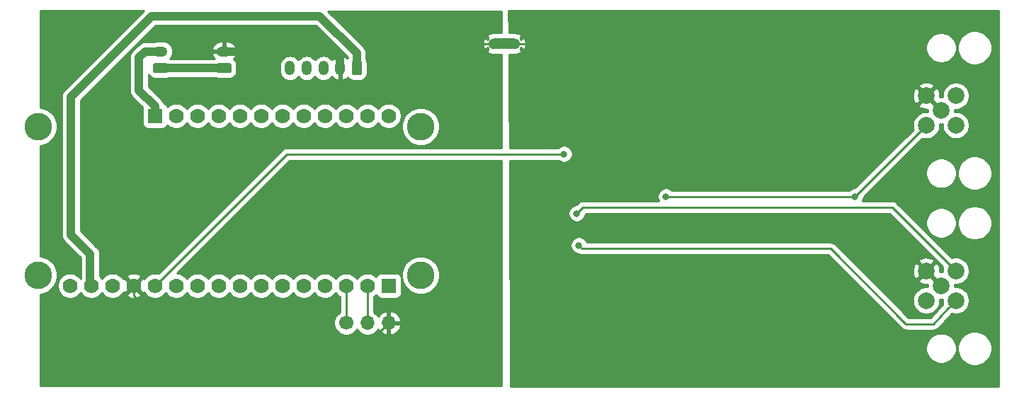
<source format=gbl>
G04 #@! TF.GenerationSoftware,KiCad,Pcbnew,5.1.5-2.fc32*
G04 #@! TF.CreationDate,2020-05-12T10:48:03+02:00*
G04 #@! TF.ProjectId,beieliscale-kicad,62656965-6c69-4736-9361-6c652d6b6963,rev?*
G04 #@! TF.SameCoordinates,Original*
G04 #@! TF.FileFunction,Copper,L2,Bot*
G04 #@! TF.FilePolarity,Positive*
%FSLAX46Y46*%
G04 Gerber Fmt 4.6, Leading zero omitted, Abs format (unit mm)*
G04 Created by KiCad (PCBNEW 5.1.5-2.fc32) date 2020-05-12 10:48:03*
%MOMM*%
%LPD*%
G04 APERTURE LIST*
%ADD10C,0.100000*%
%ADD11C,1.300000*%
%ADD12C,2.000000*%
%ADD13C,1.700000*%
%ADD14O,1.700000X1.700000*%
%ADD15O,1.750000X1.200000*%
%ADD16C,3.302000*%
%ADD17C,1.778000*%
%ADD18R,1.778000X1.778000*%
%ADD19O,1.200000X1.750000*%
%ADD20C,0.800000*%
%ADD21C,1.000000*%
%ADD22C,0.250000*%
%ADD23C,0.254000*%
G04 APERTURE END LIST*
D10*
G36*
X99568000Y-39209000D02*
G01*
X96968000Y-39209000D01*
X96968000Y-37909000D01*
X99568000Y-37909000D01*
X99568000Y-39209000D01*
G37*
D11*
X96968000Y-38559000D03*
X99568000Y-38559000D03*
D12*
X150495000Y-67515000D03*
X152265000Y-65745000D03*
X152265000Y-69285000D03*
X148725000Y-65745000D03*
X148725000Y-69285000D03*
X150495000Y-46560000D03*
X152265000Y-44790000D03*
X152265000Y-48330000D03*
X148725000Y-44790000D03*
X148725000Y-48330000D03*
D13*
X79375000Y-71960000D03*
D14*
X81915000Y-71960000D03*
X84455000Y-71960000D03*
G04 #@! TA.AperFunction,ComponentPad*
D10*
G36*
X65419505Y-40881204D02*
G01*
X65443773Y-40884804D01*
X65467572Y-40890765D01*
X65490671Y-40899030D01*
X65512850Y-40909520D01*
X65533893Y-40922132D01*
X65553599Y-40936747D01*
X65571777Y-40953223D01*
X65588253Y-40971401D01*
X65602868Y-40991107D01*
X65615480Y-41012150D01*
X65625970Y-41034329D01*
X65634235Y-41057428D01*
X65640196Y-41081227D01*
X65643796Y-41105495D01*
X65645000Y-41129999D01*
X65645000Y-41830001D01*
X65643796Y-41854505D01*
X65640196Y-41878773D01*
X65634235Y-41902572D01*
X65625970Y-41925671D01*
X65615480Y-41947850D01*
X65602868Y-41968893D01*
X65588253Y-41988599D01*
X65571777Y-42006777D01*
X65553599Y-42023253D01*
X65533893Y-42037868D01*
X65512850Y-42050480D01*
X65490671Y-42060970D01*
X65467572Y-42069235D01*
X65443773Y-42075196D01*
X65419505Y-42078796D01*
X65395001Y-42080000D01*
X64144999Y-42080000D01*
X64120495Y-42078796D01*
X64096227Y-42075196D01*
X64072428Y-42069235D01*
X64049329Y-42060970D01*
X64027150Y-42050480D01*
X64006107Y-42037868D01*
X63986401Y-42023253D01*
X63968223Y-42006777D01*
X63951747Y-41988599D01*
X63937132Y-41968893D01*
X63924520Y-41947850D01*
X63914030Y-41925671D01*
X63905765Y-41902572D01*
X63899804Y-41878773D01*
X63896204Y-41854505D01*
X63895000Y-41830001D01*
X63895000Y-41129999D01*
X63896204Y-41105495D01*
X63899804Y-41081227D01*
X63905765Y-41057428D01*
X63914030Y-41034329D01*
X63924520Y-41012150D01*
X63937132Y-40991107D01*
X63951747Y-40971401D01*
X63968223Y-40953223D01*
X63986401Y-40936747D01*
X64006107Y-40922132D01*
X64027150Y-40909520D01*
X64049329Y-40899030D01*
X64072428Y-40890765D01*
X64096227Y-40884804D01*
X64120495Y-40881204D01*
X64144999Y-40880000D01*
X65395001Y-40880000D01*
X65419505Y-40881204D01*
G37*
G04 #@! TD.AperFunction*
D15*
X64770000Y-39480000D03*
X57150000Y-39480000D03*
G04 #@! TA.AperFunction,ComponentPad*
D10*
G36*
X57799505Y-40881204D02*
G01*
X57823773Y-40884804D01*
X57847572Y-40890765D01*
X57870671Y-40899030D01*
X57892850Y-40909520D01*
X57913893Y-40922132D01*
X57933599Y-40936747D01*
X57951777Y-40953223D01*
X57968253Y-40971401D01*
X57982868Y-40991107D01*
X57995480Y-41012150D01*
X58005970Y-41034329D01*
X58014235Y-41057428D01*
X58020196Y-41081227D01*
X58023796Y-41105495D01*
X58025000Y-41129999D01*
X58025000Y-41830001D01*
X58023796Y-41854505D01*
X58020196Y-41878773D01*
X58014235Y-41902572D01*
X58005970Y-41925671D01*
X57995480Y-41947850D01*
X57982868Y-41968893D01*
X57968253Y-41988599D01*
X57951777Y-42006777D01*
X57933599Y-42023253D01*
X57913893Y-42037868D01*
X57892850Y-42050480D01*
X57870671Y-42060970D01*
X57847572Y-42069235D01*
X57823773Y-42075196D01*
X57799505Y-42078796D01*
X57775001Y-42080000D01*
X56524999Y-42080000D01*
X56500495Y-42078796D01*
X56476227Y-42075196D01*
X56452428Y-42069235D01*
X56429329Y-42060970D01*
X56407150Y-42050480D01*
X56386107Y-42037868D01*
X56366401Y-42023253D01*
X56348223Y-42006777D01*
X56331747Y-41988599D01*
X56317132Y-41968893D01*
X56304520Y-41947850D01*
X56294030Y-41925671D01*
X56285765Y-41902572D01*
X56279804Y-41878773D01*
X56276204Y-41854505D01*
X56275000Y-41830001D01*
X56275000Y-41129999D01*
X56276204Y-41105495D01*
X56279804Y-41081227D01*
X56285765Y-41057428D01*
X56294030Y-41034329D01*
X56304520Y-41012150D01*
X56317132Y-40991107D01*
X56331747Y-40971401D01*
X56348223Y-40953223D01*
X56366401Y-40936747D01*
X56386107Y-40922132D01*
X56407150Y-40909520D01*
X56429329Y-40899030D01*
X56452428Y-40890765D01*
X56476227Y-40884804D01*
X56500495Y-40881204D01*
X56524999Y-40880000D01*
X57775001Y-40880000D01*
X57799505Y-40881204D01*
G37*
G04 #@! TD.AperFunction*
D16*
X42545000Y-48465000D03*
X42545000Y-66245000D03*
X88265000Y-66245000D03*
X88265000Y-48465000D03*
D17*
X46355000Y-67515000D03*
X48895000Y-67515000D03*
X51435000Y-67515000D03*
X53975000Y-67515000D03*
X56515000Y-67515000D03*
X59055000Y-67515000D03*
X61595000Y-67515000D03*
X64135000Y-67515000D03*
X66675000Y-67515000D03*
X69215000Y-67515000D03*
X71755000Y-67515000D03*
X74295000Y-67515000D03*
X76835000Y-67515000D03*
X79375000Y-67515000D03*
X81915000Y-67515000D03*
D18*
X84455000Y-67515000D03*
D17*
X59055000Y-47195000D03*
D18*
X56515000Y-47195000D03*
D17*
X61595000Y-47195000D03*
X64135000Y-47195000D03*
X66675000Y-47195000D03*
X69215000Y-47195000D03*
X71755000Y-47195000D03*
X74295000Y-47195000D03*
X76835000Y-47195000D03*
X79375000Y-47195000D03*
X81915000Y-47195000D03*
X84455000Y-47195000D03*
G04 #@! TA.AperFunction,ComponentPad*
D10*
G36*
X81019505Y-40606204D02*
G01*
X81043773Y-40609804D01*
X81067572Y-40615765D01*
X81090671Y-40624030D01*
X81112850Y-40634520D01*
X81133893Y-40647132D01*
X81153599Y-40661747D01*
X81171777Y-40678223D01*
X81188253Y-40696401D01*
X81202868Y-40716107D01*
X81215480Y-40737150D01*
X81225970Y-40759329D01*
X81234235Y-40782428D01*
X81240196Y-40806227D01*
X81243796Y-40830495D01*
X81245000Y-40854999D01*
X81245000Y-42105001D01*
X81243796Y-42129505D01*
X81240196Y-42153773D01*
X81234235Y-42177572D01*
X81225970Y-42200671D01*
X81215480Y-42222850D01*
X81202868Y-42243893D01*
X81188253Y-42263599D01*
X81171777Y-42281777D01*
X81153599Y-42298253D01*
X81133893Y-42312868D01*
X81112850Y-42325480D01*
X81090671Y-42335970D01*
X81067572Y-42344235D01*
X81043773Y-42350196D01*
X81019505Y-42353796D01*
X80995001Y-42355000D01*
X80294999Y-42355000D01*
X80270495Y-42353796D01*
X80246227Y-42350196D01*
X80222428Y-42344235D01*
X80199329Y-42335970D01*
X80177150Y-42325480D01*
X80156107Y-42312868D01*
X80136401Y-42298253D01*
X80118223Y-42281777D01*
X80101747Y-42263599D01*
X80087132Y-42243893D01*
X80074520Y-42222850D01*
X80064030Y-42200671D01*
X80055765Y-42177572D01*
X80049804Y-42153773D01*
X80046204Y-42129505D01*
X80045000Y-42105001D01*
X80045000Y-40854999D01*
X80046204Y-40830495D01*
X80049804Y-40806227D01*
X80055765Y-40782428D01*
X80064030Y-40759329D01*
X80074520Y-40737150D01*
X80087132Y-40716107D01*
X80101747Y-40696401D01*
X80118223Y-40678223D01*
X80136401Y-40661747D01*
X80156107Y-40647132D01*
X80177150Y-40634520D01*
X80199329Y-40624030D01*
X80222428Y-40615765D01*
X80246227Y-40609804D01*
X80270495Y-40606204D01*
X80294999Y-40605000D01*
X80995001Y-40605000D01*
X81019505Y-40606204D01*
G37*
G04 #@! TD.AperFunction*
D19*
X78645000Y-41480000D03*
X76645000Y-41480000D03*
X74645000Y-41480000D03*
X72645000Y-41480000D03*
D20*
X106934000Y-58879000D03*
X107188000Y-62689000D03*
X140208000Y-56847000D03*
X117602000Y-56847000D03*
X105410000Y-51767000D03*
D21*
X57150000Y-41480000D02*
X64770000Y-41480000D01*
X57150000Y-39480000D02*
X55340000Y-39480000D01*
X55340000Y-39480000D02*
X54610000Y-40210000D01*
X54610000Y-40210000D02*
X54610000Y-44151000D01*
X56515000Y-46056000D02*
X56515000Y-47195000D01*
X54610000Y-44151000D02*
X56515000Y-46056000D01*
X80645000Y-39702000D02*
X80645000Y-41480000D01*
X76200000Y-35257000D02*
X80645000Y-39702000D01*
X56134000Y-35257000D02*
X76200000Y-35257000D01*
X48768000Y-67388000D02*
X48768000Y-63705000D01*
X48895000Y-67515000D02*
X48768000Y-67388000D01*
X48768000Y-63705000D02*
X46482000Y-61419000D01*
X46482000Y-61419000D02*
X46482000Y-44909000D01*
X46482000Y-44909000D02*
X56134000Y-35257000D01*
D22*
X79375000Y-68772235D02*
X79375000Y-71960000D01*
X79375000Y-67515000D02*
X79375000Y-68772235D01*
X81915000Y-68772235D02*
X81915000Y-71960000D01*
X81915000Y-67515000D02*
X81915000Y-68772235D01*
X151265001Y-64745001D02*
X152265000Y-65745000D01*
X144637000Y-58117000D02*
X151265001Y-64745001D01*
X107696000Y-58117000D02*
X144637000Y-58117000D01*
X106934000Y-58879000D02*
X107696000Y-58117000D01*
X151265001Y-70284999D02*
X152265000Y-69285000D01*
X107587999Y-63088999D02*
X137305999Y-63088999D01*
X107188000Y-62689000D02*
X107587999Y-63088999D01*
X137305999Y-63088999D02*
X146304000Y-72087000D01*
X146304000Y-72087000D02*
X149606000Y-72087000D01*
X149606000Y-72087000D02*
X151265001Y-70284999D01*
X149463000Y-72087000D02*
X149606000Y-72087000D01*
X140208000Y-56847000D02*
X148725000Y-48330000D01*
X140208000Y-56847000D02*
X140208000Y-56847000D01*
X117602000Y-56847000D02*
X140208000Y-56847000D01*
X56515000Y-67515000D02*
X72263000Y-51767000D01*
X72263000Y-51767000D02*
X105410000Y-51767000D01*
X105410000Y-51767000D02*
X105410000Y-51767000D01*
X78645000Y-41205000D02*
X78645000Y-41480000D01*
X53975000Y-68772235D02*
X59067765Y-73865000D01*
X53975000Y-67515000D02*
X53975000Y-68772235D01*
X82550000Y-73865000D02*
X84455000Y-71960000D01*
X59067765Y-73865000D02*
X82550000Y-73865000D01*
D21*
X78645000Y-40355000D02*
X78645000Y-41205000D01*
X64770000Y-39480000D02*
X77770000Y-39480000D01*
X77770000Y-39480000D02*
X78645000Y-40355000D01*
D22*
X96968000Y-38559000D02*
X94996000Y-38559000D01*
X99568000Y-38559000D02*
X102616000Y-38559000D01*
D23*
G36*
X55149558Y-34636310D02*
G01*
X45718860Y-44067009D01*
X45675552Y-44102551D01*
X45533717Y-44275377D01*
X45481271Y-44373498D01*
X45428324Y-44472554D01*
X45363423Y-44686502D01*
X45341509Y-44909000D01*
X45347001Y-44964762D01*
X45347000Y-61363249D01*
X45341509Y-61419000D01*
X45347000Y-61474751D01*
X45363423Y-61641498D01*
X45428324Y-61855446D01*
X45533716Y-62052623D01*
X45675551Y-62225449D01*
X45718865Y-62260996D01*
X47633001Y-64175133D01*
X47633000Y-66660589D01*
X47625000Y-66672562D01*
X47538768Y-66543507D01*
X47326493Y-66331232D01*
X47076885Y-66164449D01*
X46799534Y-66049566D01*
X46505101Y-65991000D01*
X46204899Y-65991000D01*
X45910466Y-66049566D01*
X45633115Y-66164449D01*
X45383507Y-66331232D01*
X45171232Y-66543507D01*
X45004449Y-66793115D01*
X44889566Y-67070466D01*
X44831000Y-67364899D01*
X44831000Y-67665101D01*
X44889566Y-67959534D01*
X45004449Y-68236885D01*
X45171232Y-68486493D01*
X45383507Y-68698768D01*
X45633115Y-68865551D01*
X45910466Y-68980434D01*
X46204899Y-69039000D01*
X46505101Y-69039000D01*
X46799534Y-68980434D01*
X47076885Y-68865551D01*
X47326493Y-68698768D01*
X47538768Y-68486493D01*
X47625000Y-68357438D01*
X47711232Y-68486493D01*
X47923507Y-68698768D01*
X48173115Y-68865551D01*
X48450466Y-68980434D01*
X48744899Y-69039000D01*
X49045101Y-69039000D01*
X49339534Y-68980434D01*
X49616885Y-68865551D01*
X49866493Y-68698768D01*
X50078768Y-68486493D01*
X50165000Y-68357438D01*
X50251232Y-68486493D01*
X50463507Y-68698768D01*
X50713115Y-68865551D01*
X50990466Y-68980434D01*
X51284899Y-69039000D01*
X51585101Y-69039000D01*
X51879534Y-68980434D01*
X52156885Y-68865551D01*
X52406493Y-68698768D01*
X52534030Y-68571231D01*
X53098374Y-68571231D01*
X53180727Y-68824289D01*
X53451418Y-68954086D01*
X53742230Y-69028580D01*
X54041988Y-69044908D01*
X54339171Y-69002443D01*
X54622359Y-68902816D01*
X54769273Y-68824289D01*
X54851626Y-68571231D01*
X53975000Y-67694605D01*
X53098374Y-68571231D01*
X52534030Y-68571231D01*
X52618768Y-68486493D01*
X52724417Y-68328378D01*
X52918769Y-68391626D01*
X53795395Y-67515000D01*
X52918769Y-66638374D01*
X52724417Y-66701622D01*
X52618768Y-66543507D01*
X52534030Y-66458769D01*
X53098374Y-66458769D01*
X53975000Y-67335395D01*
X54851626Y-66458769D01*
X54769273Y-66205711D01*
X54498582Y-66075914D01*
X54207770Y-66001420D01*
X53908012Y-65985092D01*
X53610829Y-66027557D01*
X53327641Y-66127184D01*
X53180727Y-66205711D01*
X53098374Y-66458769D01*
X52534030Y-66458769D01*
X52406493Y-66331232D01*
X52156885Y-66164449D01*
X51879534Y-66049566D01*
X51585101Y-65991000D01*
X51284899Y-65991000D01*
X50990466Y-66049566D01*
X50713115Y-66164449D01*
X50463507Y-66331232D01*
X50251232Y-66543507D01*
X50165000Y-66672562D01*
X50078768Y-66543507D01*
X49903000Y-66367739D01*
X49903000Y-63760743D01*
X49908490Y-63704999D01*
X49903000Y-63649255D01*
X49903000Y-63649248D01*
X49886577Y-63482501D01*
X49821676Y-63268553D01*
X49716284Y-63071377D01*
X49574449Y-62898551D01*
X49531141Y-62863009D01*
X47617000Y-60948869D01*
X47617000Y-45379131D01*
X52786131Y-40210000D01*
X53469509Y-40210000D01*
X53475000Y-40265752D01*
X53475001Y-44095239D01*
X53469509Y-44151000D01*
X53491423Y-44373498D01*
X53556324Y-44587446D01*
X53556325Y-44587447D01*
X53661717Y-44784623D01*
X53803552Y-44957449D01*
X53846860Y-44992991D01*
X55008380Y-46154512D01*
X55000188Y-46181518D01*
X54987928Y-46306000D01*
X54987928Y-48084000D01*
X55000188Y-48208482D01*
X55036498Y-48328180D01*
X55095463Y-48438494D01*
X55174815Y-48535185D01*
X55271506Y-48614537D01*
X55381820Y-48673502D01*
X55501518Y-48709812D01*
X55626000Y-48722072D01*
X57404000Y-48722072D01*
X57528482Y-48709812D01*
X57648180Y-48673502D01*
X57758494Y-48614537D01*
X57855185Y-48535185D01*
X57934537Y-48438494D01*
X57993502Y-48328180D01*
X58002676Y-48297937D01*
X58083507Y-48378768D01*
X58333115Y-48545551D01*
X58610466Y-48660434D01*
X58904899Y-48719000D01*
X59205101Y-48719000D01*
X59499534Y-48660434D01*
X59776885Y-48545551D01*
X60026493Y-48378768D01*
X60238768Y-48166493D01*
X60325000Y-48037438D01*
X60411232Y-48166493D01*
X60623507Y-48378768D01*
X60873115Y-48545551D01*
X61150466Y-48660434D01*
X61444899Y-48719000D01*
X61745101Y-48719000D01*
X62039534Y-48660434D01*
X62316885Y-48545551D01*
X62566493Y-48378768D01*
X62778768Y-48166493D01*
X62865000Y-48037438D01*
X62951232Y-48166493D01*
X63163507Y-48378768D01*
X63413115Y-48545551D01*
X63690466Y-48660434D01*
X63984899Y-48719000D01*
X64285101Y-48719000D01*
X64579534Y-48660434D01*
X64856885Y-48545551D01*
X65106493Y-48378768D01*
X65318768Y-48166493D01*
X65405000Y-48037438D01*
X65491232Y-48166493D01*
X65703507Y-48378768D01*
X65953115Y-48545551D01*
X66230466Y-48660434D01*
X66524899Y-48719000D01*
X66825101Y-48719000D01*
X67119534Y-48660434D01*
X67396885Y-48545551D01*
X67646493Y-48378768D01*
X67858768Y-48166493D01*
X67945000Y-48037438D01*
X68031232Y-48166493D01*
X68243507Y-48378768D01*
X68493115Y-48545551D01*
X68770466Y-48660434D01*
X69064899Y-48719000D01*
X69365101Y-48719000D01*
X69659534Y-48660434D01*
X69936885Y-48545551D01*
X70186493Y-48378768D01*
X70398768Y-48166493D01*
X70485000Y-48037438D01*
X70571232Y-48166493D01*
X70783507Y-48378768D01*
X71033115Y-48545551D01*
X71310466Y-48660434D01*
X71604899Y-48719000D01*
X71905101Y-48719000D01*
X72199534Y-48660434D01*
X72476885Y-48545551D01*
X72726493Y-48378768D01*
X72938768Y-48166493D01*
X73025000Y-48037438D01*
X73111232Y-48166493D01*
X73323507Y-48378768D01*
X73573115Y-48545551D01*
X73850466Y-48660434D01*
X74144899Y-48719000D01*
X74445101Y-48719000D01*
X74739534Y-48660434D01*
X75016885Y-48545551D01*
X75266493Y-48378768D01*
X75478768Y-48166493D01*
X75565000Y-48037438D01*
X75651232Y-48166493D01*
X75863507Y-48378768D01*
X76113115Y-48545551D01*
X76390466Y-48660434D01*
X76684899Y-48719000D01*
X76985101Y-48719000D01*
X77279534Y-48660434D01*
X77556885Y-48545551D01*
X77806493Y-48378768D01*
X78018768Y-48166493D01*
X78105000Y-48037438D01*
X78191232Y-48166493D01*
X78403507Y-48378768D01*
X78653115Y-48545551D01*
X78930466Y-48660434D01*
X79224899Y-48719000D01*
X79525101Y-48719000D01*
X79819534Y-48660434D01*
X80096885Y-48545551D01*
X80346493Y-48378768D01*
X80558768Y-48166493D01*
X80645000Y-48037438D01*
X80731232Y-48166493D01*
X80943507Y-48378768D01*
X81193115Y-48545551D01*
X81470466Y-48660434D01*
X81764899Y-48719000D01*
X82065101Y-48719000D01*
X82359534Y-48660434D01*
X82636885Y-48545551D01*
X82886493Y-48378768D01*
X83098768Y-48166493D01*
X83185000Y-48037438D01*
X83271232Y-48166493D01*
X83483507Y-48378768D01*
X83733115Y-48545551D01*
X84010466Y-48660434D01*
X84304899Y-48719000D01*
X84605101Y-48719000D01*
X84899534Y-48660434D01*
X85176885Y-48545551D01*
X85426493Y-48378768D01*
X85565412Y-48239849D01*
X85979000Y-48239849D01*
X85979000Y-48690151D01*
X86066850Y-49131802D01*
X86239173Y-49547827D01*
X86489348Y-49922240D01*
X86807760Y-50240652D01*
X87182173Y-50490827D01*
X87598198Y-50663150D01*
X88039849Y-50751000D01*
X88490151Y-50751000D01*
X88931802Y-50663150D01*
X89347827Y-50490827D01*
X89722240Y-50240652D01*
X90040652Y-49922240D01*
X90290827Y-49547827D01*
X90463150Y-49131802D01*
X90551000Y-48690151D01*
X90551000Y-48239849D01*
X90463150Y-47798198D01*
X90290827Y-47382173D01*
X90040652Y-47007760D01*
X89722240Y-46689348D01*
X89347827Y-46439173D01*
X88931802Y-46266850D01*
X88490151Y-46179000D01*
X88039849Y-46179000D01*
X87598198Y-46266850D01*
X87182173Y-46439173D01*
X86807760Y-46689348D01*
X86489348Y-47007760D01*
X86239173Y-47382173D01*
X86066850Y-47798198D01*
X85979000Y-48239849D01*
X85565412Y-48239849D01*
X85638768Y-48166493D01*
X85805551Y-47916885D01*
X85920434Y-47639534D01*
X85979000Y-47345101D01*
X85979000Y-47044899D01*
X85920434Y-46750466D01*
X85805551Y-46473115D01*
X85638768Y-46223507D01*
X85426493Y-46011232D01*
X85176885Y-45844449D01*
X84899534Y-45729566D01*
X84605101Y-45671000D01*
X84304899Y-45671000D01*
X84010466Y-45729566D01*
X83733115Y-45844449D01*
X83483507Y-46011232D01*
X83271232Y-46223507D01*
X83185000Y-46352562D01*
X83098768Y-46223507D01*
X82886493Y-46011232D01*
X82636885Y-45844449D01*
X82359534Y-45729566D01*
X82065101Y-45671000D01*
X81764899Y-45671000D01*
X81470466Y-45729566D01*
X81193115Y-45844449D01*
X80943507Y-46011232D01*
X80731232Y-46223507D01*
X80645000Y-46352562D01*
X80558768Y-46223507D01*
X80346493Y-46011232D01*
X80096885Y-45844449D01*
X79819534Y-45729566D01*
X79525101Y-45671000D01*
X79224899Y-45671000D01*
X78930466Y-45729566D01*
X78653115Y-45844449D01*
X78403507Y-46011232D01*
X78191232Y-46223507D01*
X78105000Y-46352562D01*
X78018768Y-46223507D01*
X77806493Y-46011232D01*
X77556885Y-45844449D01*
X77279534Y-45729566D01*
X76985101Y-45671000D01*
X76684899Y-45671000D01*
X76390466Y-45729566D01*
X76113115Y-45844449D01*
X75863507Y-46011232D01*
X75651232Y-46223507D01*
X75565000Y-46352562D01*
X75478768Y-46223507D01*
X75266493Y-46011232D01*
X75016885Y-45844449D01*
X74739534Y-45729566D01*
X74445101Y-45671000D01*
X74144899Y-45671000D01*
X73850466Y-45729566D01*
X73573115Y-45844449D01*
X73323507Y-46011232D01*
X73111232Y-46223507D01*
X73025000Y-46352562D01*
X72938768Y-46223507D01*
X72726493Y-46011232D01*
X72476885Y-45844449D01*
X72199534Y-45729566D01*
X71905101Y-45671000D01*
X71604899Y-45671000D01*
X71310466Y-45729566D01*
X71033115Y-45844449D01*
X70783507Y-46011232D01*
X70571232Y-46223507D01*
X70485000Y-46352562D01*
X70398768Y-46223507D01*
X70186493Y-46011232D01*
X69936885Y-45844449D01*
X69659534Y-45729566D01*
X69365101Y-45671000D01*
X69064899Y-45671000D01*
X68770466Y-45729566D01*
X68493115Y-45844449D01*
X68243507Y-46011232D01*
X68031232Y-46223507D01*
X67945000Y-46352562D01*
X67858768Y-46223507D01*
X67646493Y-46011232D01*
X67396885Y-45844449D01*
X67119534Y-45729566D01*
X66825101Y-45671000D01*
X66524899Y-45671000D01*
X66230466Y-45729566D01*
X65953115Y-45844449D01*
X65703507Y-46011232D01*
X65491232Y-46223507D01*
X65405000Y-46352562D01*
X65318768Y-46223507D01*
X65106493Y-46011232D01*
X64856885Y-45844449D01*
X64579534Y-45729566D01*
X64285101Y-45671000D01*
X63984899Y-45671000D01*
X63690466Y-45729566D01*
X63413115Y-45844449D01*
X63163507Y-46011232D01*
X62951232Y-46223507D01*
X62865000Y-46352562D01*
X62778768Y-46223507D01*
X62566493Y-46011232D01*
X62316885Y-45844449D01*
X62039534Y-45729566D01*
X61745101Y-45671000D01*
X61444899Y-45671000D01*
X61150466Y-45729566D01*
X60873115Y-45844449D01*
X60623507Y-46011232D01*
X60411232Y-46223507D01*
X60325000Y-46352562D01*
X60238768Y-46223507D01*
X60026493Y-46011232D01*
X59776885Y-45844449D01*
X59499534Y-45729566D01*
X59205101Y-45671000D01*
X58904899Y-45671000D01*
X58610466Y-45729566D01*
X58333115Y-45844449D01*
X58083507Y-46011232D01*
X58002676Y-46092063D01*
X57993502Y-46061820D01*
X57934537Y-45951506D01*
X57855185Y-45854815D01*
X57758494Y-45775463D01*
X57648180Y-45716498D01*
X57593007Y-45699762D01*
X57568676Y-45619553D01*
X57463284Y-45422377D01*
X57321449Y-45249551D01*
X57278141Y-45214009D01*
X55745000Y-43680869D01*
X55745000Y-42245569D01*
X55786595Y-42323387D01*
X55897038Y-42457962D01*
X56031613Y-42568405D01*
X56185149Y-42650472D01*
X56351745Y-42701008D01*
X56524999Y-42718072D01*
X57775001Y-42718072D01*
X57948255Y-42701008D01*
X58114851Y-42650472D01*
X58181214Y-42615000D01*
X63738786Y-42615000D01*
X63805149Y-42650472D01*
X63971745Y-42701008D01*
X64144999Y-42718072D01*
X65395001Y-42718072D01*
X65568255Y-42701008D01*
X65734851Y-42650472D01*
X65888387Y-42568405D01*
X66022962Y-42457962D01*
X66133405Y-42323387D01*
X66215472Y-42169851D01*
X66266008Y-42003255D01*
X66283072Y-41830001D01*
X66283072Y-41144335D01*
X71410000Y-41144335D01*
X71410000Y-41815664D01*
X71427870Y-41997101D01*
X71498489Y-42229900D01*
X71613167Y-42444448D01*
X71767498Y-42632502D01*
X71955551Y-42786833D01*
X72170099Y-42901511D01*
X72402898Y-42972130D01*
X72645000Y-42995975D01*
X72887101Y-42972130D01*
X73119900Y-42901511D01*
X73334448Y-42786833D01*
X73522502Y-42632502D01*
X73645000Y-42483237D01*
X73767498Y-42632502D01*
X73955551Y-42786833D01*
X74170099Y-42901511D01*
X74402898Y-42972130D01*
X74645000Y-42995975D01*
X74887101Y-42972130D01*
X75119900Y-42901511D01*
X75334448Y-42786833D01*
X75522502Y-42632502D01*
X75645000Y-42483237D01*
X75767498Y-42632502D01*
X75955551Y-42786833D01*
X76170099Y-42901511D01*
X76402898Y-42972130D01*
X76645000Y-42995975D01*
X76887101Y-42972130D01*
X77119900Y-42901511D01*
X77334448Y-42786833D01*
X77522502Y-42632502D01*
X77645481Y-42482652D01*
X77688693Y-42546725D01*
X77861526Y-42718078D01*
X78064467Y-42852421D01*
X78289718Y-42944591D01*
X78327391Y-42948462D01*
X78518000Y-42823731D01*
X78518000Y-41607000D01*
X78498000Y-41607000D01*
X78498000Y-41353000D01*
X78518000Y-41353000D01*
X78518000Y-40136269D01*
X78327391Y-40011538D01*
X78289718Y-40015409D01*
X78064467Y-40107579D01*
X77861526Y-40241922D01*
X77688693Y-40413275D01*
X77645481Y-40477348D01*
X77522502Y-40327498D01*
X77334449Y-40173167D01*
X77119901Y-40058489D01*
X76887102Y-39987870D01*
X76645000Y-39964025D01*
X76402899Y-39987870D01*
X76170100Y-40058489D01*
X75955552Y-40173167D01*
X75767499Y-40327498D01*
X75645001Y-40476763D01*
X75522502Y-40327498D01*
X75334449Y-40173167D01*
X75119901Y-40058489D01*
X74887102Y-39987870D01*
X74645000Y-39964025D01*
X74402899Y-39987870D01*
X74170100Y-40058489D01*
X73955552Y-40173167D01*
X73767499Y-40327498D01*
X73645001Y-40476763D01*
X73522502Y-40327498D01*
X73334449Y-40173167D01*
X73119901Y-40058489D01*
X72887102Y-39987870D01*
X72645000Y-39964025D01*
X72402899Y-39987870D01*
X72170100Y-40058489D01*
X71955552Y-40173167D01*
X71767499Y-40327498D01*
X71613168Y-40515551D01*
X71498489Y-40730099D01*
X71427870Y-40962898D01*
X71410000Y-41144335D01*
X66283072Y-41144335D01*
X66283072Y-41129999D01*
X66266008Y-40956745D01*
X66215472Y-40790149D01*
X66133405Y-40636613D01*
X66022962Y-40502038D01*
X65888387Y-40391595D01*
X65883594Y-40389033D01*
X66008078Y-40263474D01*
X66142421Y-40060533D01*
X66234591Y-39835282D01*
X66238462Y-39797609D01*
X66113731Y-39607000D01*
X64897000Y-39607000D01*
X64897000Y-39627000D01*
X64643000Y-39627000D01*
X64643000Y-39607000D01*
X63426269Y-39607000D01*
X63301538Y-39797609D01*
X63305409Y-39835282D01*
X63397579Y-40060533D01*
X63531922Y-40263474D01*
X63612750Y-40345000D01*
X58312762Y-40345000D01*
X58456833Y-40169449D01*
X58571511Y-39954901D01*
X58642130Y-39722102D01*
X58665975Y-39480000D01*
X58642130Y-39237898D01*
X58619226Y-39162391D01*
X63301538Y-39162391D01*
X63426269Y-39353000D01*
X64643000Y-39353000D01*
X64643000Y-38245000D01*
X64897000Y-38245000D01*
X64897000Y-39353000D01*
X66113731Y-39353000D01*
X66238462Y-39162391D01*
X66234591Y-39124718D01*
X66142421Y-38899467D01*
X66008078Y-38696526D01*
X65836725Y-38523693D01*
X65634946Y-38387610D01*
X65410496Y-38293507D01*
X65172000Y-38245000D01*
X64897000Y-38245000D01*
X64643000Y-38245000D01*
X64368000Y-38245000D01*
X64129504Y-38293507D01*
X63905054Y-38387610D01*
X63703275Y-38523693D01*
X63531922Y-38696526D01*
X63397579Y-38899467D01*
X63305409Y-39124718D01*
X63301538Y-39162391D01*
X58619226Y-39162391D01*
X58571511Y-39005099D01*
X58456833Y-38790551D01*
X58302502Y-38602498D01*
X58114449Y-38448167D01*
X57899901Y-38333489D01*
X57667102Y-38262870D01*
X57485665Y-38245000D01*
X56814335Y-38245000D01*
X56632898Y-38262870D01*
X56400099Y-38333489D01*
X56378563Y-38345000D01*
X55395751Y-38345000D01*
X55340000Y-38339509D01*
X55284248Y-38345000D01*
X55117501Y-38361423D01*
X54903553Y-38426324D01*
X54706377Y-38531716D01*
X54533551Y-38673551D01*
X54498004Y-38716865D01*
X53846865Y-39368004D01*
X53803551Y-39403551D01*
X53661716Y-39576377D01*
X53556325Y-39773553D01*
X53556324Y-39773554D01*
X53491423Y-39987502D01*
X53469509Y-40210000D01*
X52786131Y-40210000D01*
X56604132Y-36392000D01*
X75729869Y-36392000D01*
X79510000Y-40172132D01*
X79510000Y-40322750D01*
X79428474Y-40241922D01*
X79225533Y-40107579D01*
X79000282Y-40015409D01*
X78962609Y-40011538D01*
X78772000Y-40136269D01*
X78772000Y-41353000D01*
X78792000Y-41353000D01*
X78792000Y-41607000D01*
X78772000Y-41607000D01*
X78772000Y-42823731D01*
X78962609Y-42948462D01*
X79000282Y-42944591D01*
X79225533Y-42852421D01*
X79428474Y-42718078D01*
X79554033Y-42593594D01*
X79556595Y-42598387D01*
X79667038Y-42732962D01*
X79801613Y-42843405D01*
X79955149Y-42925472D01*
X80121745Y-42976008D01*
X80294999Y-42993072D01*
X80995001Y-42993072D01*
X81168255Y-42976008D01*
X81334851Y-42925472D01*
X81488387Y-42843405D01*
X81622962Y-42732962D01*
X81733405Y-42598387D01*
X81815472Y-42444851D01*
X81866008Y-42278255D01*
X81883072Y-42105001D01*
X81883072Y-40854999D01*
X81866008Y-40681745D01*
X81815472Y-40515149D01*
X81780000Y-40448786D01*
X81780000Y-39757741D01*
X81785490Y-39701999D01*
X81780000Y-39646257D01*
X81780000Y-39646248D01*
X81763577Y-39479501D01*
X81698676Y-39265553D01*
X81593284Y-39068377D01*
X81451449Y-38895551D01*
X81408141Y-38860009D01*
X77209739Y-34661608D01*
X97917000Y-34685355D01*
X97917000Y-37274000D01*
X96993026Y-37274000D01*
X96891545Y-37270048D01*
X96641551Y-37309730D01*
X96404104Y-37397422D01*
X96315466Y-37444799D01*
X96262078Y-37673473D01*
X96351381Y-37762776D01*
X96346876Y-37776976D01*
X96346627Y-37779192D01*
X96345970Y-37781316D01*
X96339724Y-37840743D01*
X96333062Y-37900134D01*
X96333032Y-37904404D01*
X96333015Y-37904567D01*
X96333030Y-37904730D01*
X96333000Y-37909000D01*
X96333000Y-38103605D01*
X96082473Y-37853078D01*
X95853799Y-37906466D01*
X95747905Y-38136374D01*
X95688898Y-38382524D01*
X95679048Y-38635455D01*
X95718730Y-38885449D01*
X95806422Y-39122896D01*
X95853799Y-39211534D01*
X96082473Y-39264922D01*
X96333000Y-39014395D01*
X96333000Y-39209000D01*
X96338834Y-39268505D01*
X96344248Y-39327987D01*
X96344875Y-39330118D01*
X96345093Y-39332339D01*
X96351858Y-39354747D01*
X96262078Y-39444527D01*
X96315466Y-39673201D01*
X96545374Y-39779095D01*
X96791524Y-39838102D01*
X97044455Y-39847952D01*
X97069352Y-39844000D01*
X97917000Y-39844000D01*
X97917000Y-51007000D01*
X72300322Y-51007000D01*
X72262999Y-51003324D01*
X72225676Y-51007000D01*
X72225667Y-51007000D01*
X72114014Y-51017997D01*
X71970753Y-51061454D01*
X71838724Y-51132026D01*
X71722999Y-51226999D01*
X71699201Y-51255997D01*
X56914576Y-66040623D01*
X56665101Y-65991000D01*
X56364899Y-65991000D01*
X56070466Y-66049566D01*
X55793115Y-66164449D01*
X55543507Y-66331232D01*
X55331232Y-66543507D01*
X55225583Y-66701622D01*
X55031231Y-66638374D01*
X54154605Y-67515000D01*
X55031231Y-68391626D01*
X55225583Y-68328378D01*
X55331232Y-68486493D01*
X55543507Y-68698768D01*
X55793115Y-68865551D01*
X56070466Y-68980434D01*
X56364899Y-69039000D01*
X56665101Y-69039000D01*
X56959534Y-68980434D01*
X57236885Y-68865551D01*
X57486493Y-68698768D01*
X57698768Y-68486493D01*
X57785000Y-68357438D01*
X57871232Y-68486493D01*
X58083507Y-68698768D01*
X58333115Y-68865551D01*
X58610466Y-68980434D01*
X58904899Y-69039000D01*
X59205101Y-69039000D01*
X59499534Y-68980434D01*
X59776885Y-68865551D01*
X60026493Y-68698768D01*
X60238768Y-68486493D01*
X60325000Y-68357438D01*
X60411232Y-68486493D01*
X60623507Y-68698768D01*
X60873115Y-68865551D01*
X61150466Y-68980434D01*
X61444899Y-69039000D01*
X61745101Y-69039000D01*
X62039534Y-68980434D01*
X62316885Y-68865551D01*
X62566493Y-68698768D01*
X62778768Y-68486493D01*
X62865000Y-68357438D01*
X62951232Y-68486493D01*
X63163507Y-68698768D01*
X63413115Y-68865551D01*
X63690466Y-68980434D01*
X63984899Y-69039000D01*
X64285101Y-69039000D01*
X64579534Y-68980434D01*
X64856885Y-68865551D01*
X65106493Y-68698768D01*
X65318768Y-68486493D01*
X65405000Y-68357438D01*
X65491232Y-68486493D01*
X65703507Y-68698768D01*
X65953115Y-68865551D01*
X66230466Y-68980434D01*
X66524899Y-69039000D01*
X66825101Y-69039000D01*
X67119534Y-68980434D01*
X67396885Y-68865551D01*
X67646493Y-68698768D01*
X67858768Y-68486493D01*
X67945000Y-68357438D01*
X68031232Y-68486493D01*
X68243507Y-68698768D01*
X68493115Y-68865551D01*
X68770466Y-68980434D01*
X69064899Y-69039000D01*
X69365101Y-69039000D01*
X69659534Y-68980434D01*
X69936885Y-68865551D01*
X70186493Y-68698768D01*
X70398768Y-68486493D01*
X70485000Y-68357438D01*
X70571232Y-68486493D01*
X70783507Y-68698768D01*
X71033115Y-68865551D01*
X71310466Y-68980434D01*
X71604899Y-69039000D01*
X71905101Y-69039000D01*
X72199534Y-68980434D01*
X72476885Y-68865551D01*
X72726493Y-68698768D01*
X72938768Y-68486493D01*
X73025000Y-68357438D01*
X73111232Y-68486493D01*
X73323507Y-68698768D01*
X73573115Y-68865551D01*
X73850466Y-68980434D01*
X74144899Y-69039000D01*
X74445101Y-69039000D01*
X74739534Y-68980434D01*
X75016885Y-68865551D01*
X75266493Y-68698768D01*
X75478768Y-68486493D01*
X75565000Y-68357438D01*
X75651232Y-68486493D01*
X75863507Y-68698768D01*
X76113115Y-68865551D01*
X76390466Y-68980434D01*
X76684899Y-69039000D01*
X76985101Y-69039000D01*
X77279534Y-68980434D01*
X77556885Y-68865551D01*
X77806493Y-68698768D01*
X78018768Y-68486493D01*
X78105000Y-68357438D01*
X78191232Y-68486493D01*
X78403507Y-68698768D01*
X78615000Y-68840083D01*
X78615001Y-70681821D01*
X78428368Y-70806525D01*
X78221525Y-71013368D01*
X78059010Y-71256589D01*
X77947068Y-71526842D01*
X77890000Y-71813740D01*
X77890000Y-72106260D01*
X77947068Y-72393158D01*
X78059010Y-72663411D01*
X78221525Y-72906632D01*
X78428368Y-73113475D01*
X78671589Y-73275990D01*
X78941842Y-73387932D01*
X79228740Y-73445000D01*
X79521260Y-73445000D01*
X79808158Y-73387932D01*
X80078411Y-73275990D01*
X80321632Y-73113475D01*
X80528475Y-72906632D01*
X80645000Y-72732240D01*
X80761525Y-72906632D01*
X80968368Y-73113475D01*
X81211589Y-73275990D01*
X81481842Y-73387932D01*
X81768740Y-73445000D01*
X82061260Y-73445000D01*
X82348158Y-73387932D01*
X82618411Y-73275990D01*
X82861632Y-73113475D01*
X83068475Y-72906632D01*
X83190195Y-72724466D01*
X83259822Y-72841355D01*
X83454731Y-73057588D01*
X83688080Y-73231641D01*
X83950901Y-73356825D01*
X84098110Y-73401476D01*
X84328000Y-73280155D01*
X84328000Y-72087000D01*
X84582000Y-72087000D01*
X84582000Y-73280155D01*
X84811890Y-73401476D01*
X84959099Y-73356825D01*
X85221920Y-73231641D01*
X85455269Y-73057588D01*
X85650178Y-72841355D01*
X85799157Y-72591252D01*
X85896481Y-72316891D01*
X85775814Y-72087000D01*
X84582000Y-72087000D01*
X84328000Y-72087000D01*
X84308000Y-72087000D01*
X84308000Y-71833000D01*
X84328000Y-71833000D01*
X84328000Y-70639845D01*
X84582000Y-70639845D01*
X84582000Y-71833000D01*
X85775814Y-71833000D01*
X85896481Y-71603109D01*
X85799157Y-71328748D01*
X85650178Y-71078645D01*
X85455269Y-70862412D01*
X85221920Y-70688359D01*
X84959099Y-70563175D01*
X84811890Y-70518524D01*
X84582000Y-70639845D01*
X84328000Y-70639845D01*
X84098110Y-70518524D01*
X83950901Y-70563175D01*
X83688080Y-70688359D01*
X83454731Y-70862412D01*
X83259822Y-71078645D01*
X83190195Y-71195534D01*
X83068475Y-71013368D01*
X82861632Y-70806525D01*
X82675000Y-70681822D01*
X82675000Y-68840083D01*
X82886493Y-68698768D01*
X82967324Y-68617937D01*
X82976498Y-68648180D01*
X83035463Y-68758494D01*
X83114815Y-68855185D01*
X83211506Y-68934537D01*
X83321820Y-68993502D01*
X83441518Y-69029812D01*
X83566000Y-69042072D01*
X85344000Y-69042072D01*
X85468482Y-69029812D01*
X85588180Y-68993502D01*
X85698494Y-68934537D01*
X85795185Y-68855185D01*
X85874537Y-68758494D01*
X85933502Y-68648180D01*
X85969812Y-68528482D01*
X85982072Y-68404000D01*
X85982072Y-66626000D01*
X85969812Y-66501518D01*
X85933502Y-66381820D01*
X85874537Y-66271506D01*
X85795185Y-66174815D01*
X85698494Y-66095463D01*
X85588180Y-66036498D01*
X85533296Y-66019849D01*
X85979000Y-66019849D01*
X85979000Y-66470151D01*
X86066850Y-66911802D01*
X86239173Y-67327827D01*
X86489348Y-67702240D01*
X86807760Y-68020652D01*
X87182173Y-68270827D01*
X87598198Y-68443150D01*
X88039849Y-68531000D01*
X88490151Y-68531000D01*
X88931802Y-68443150D01*
X89347827Y-68270827D01*
X89722240Y-68020652D01*
X90040652Y-67702240D01*
X90290827Y-67327827D01*
X90463150Y-66911802D01*
X90551000Y-66470151D01*
X90551000Y-66019849D01*
X90463150Y-65578198D01*
X90290827Y-65162173D01*
X90040652Y-64787760D01*
X89722240Y-64469348D01*
X89347827Y-64219173D01*
X88931802Y-64046850D01*
X88490151Y-63959000D01*
X88039849Y-63959000D01*
X87598198Y-64046850D01*
X87182173Y-64219173D01*
X86807760Y-64469348D01*
X86489348Y-64787760D01*
X86239173Y-65162173D01*
X86066850Y-65578198D01*
X85979000Y-66019849D01*
X85533296Y-66019849D01*
X85468482Y-66000188D01*
X85344000Y-65987928D01*
X83566000Y-65987928D01*
X83441518Y-66000188D01*
X83321820Y-66036498D01*
X83211506Y-66095463D01*
X83114815Y-66174815D01*
X83035463Y-66271506D01*
X82976498Y-66381820D01*
X82967324Y-66412063D01*
X82886493Y-66331232D01*
X82636885Y-66164449D01*
X82359534Y-66049566D01*
X82065101Y-65991000D01*
X81764899Y-65991000D01*
X81470466Y-66049566D01*
X81193115Y-66164449D01*
X80943507Y-66331232D01*
X80731232Y-66543507D01*
X80645000Y-66672562D01*
X80558768Y-66543507D01*
X80346493Y-66331232D01*
X80096885Y-66164449D01*
X79819534Y-66049566D01*
X79525101Y-65991000D01*
X79224899Y-65991000D01*
X78930466Y-66049566D01*
X78653115Y-66164449D01*
X78403507Y-66331232D01*
X78191232Y-66543507D01*
X78105000Y-66672562D01*
X78018768Y-66543507D01*
X77806493Y-66331232D01*
X77556885Y-66164449D01*
X77279534Y-66049566D01*
X76985101Y-65991000D01*
X76684899Y-65991000D01*
X76390466Y-66049566D01*
X76113115Y-66164449D01*
X75863507Y-66331232D01*
X75651232Y-66543507D01*
X75565000Y-66672562D01*
X75478768Y-66543507D01*
X75266493Y-66331232D01*
X75016885Y-66164449D01*
X74739534Y-66049566D01*
X74445101Y-65991000D01*
X74144899Y-65991000D01*
X73850466Y-66049566D01*
X73573115Y-66164449D01*
X73323507Y-66331232D01*
X73111232Y-66543507D01*
X73025000Y-66672562D01*
X72938768Y-66543507D01*
X72726493Y-66331232D01*
X72476885Y-66164449D01*
X72199534Y-66049566D01*
X71905101Y-65991000D01*
X71604899Y-65991000D01*
X71310466Y-66049566D01*
X71033115Y-66164449D01*
X70783507Y-66331232D01*
X70571232Y-66543507D01*
X70485000Y-66672562D01*
X70398768Y-66543507D01*
X70186493Y-66331232D01*
X69936885Y-66164449D01*
X69659534Y-66049566D01*
X69365101Y-65991000D01*
X69064899Y-65991000D01*
X68770466Y-66049566D01*
X68493115Y-66164449D01*
X68243507Y-66331232D01*
X68031232Y-66543507D01*
X67945000Y-66672562D01*
X67858768Y-66543507D01*
X67646493Y-66331232D01*
X67396885Y-66164449D01*
X67119534Y-66049566D01*
X66825101Y-65991000D01*
X66524899Y-65991000D01*
X66230466Y-66049566D01*
X65953115Y-66164449D01*
X65703507Y-66331232D01*
X65491232Y-66543507D01*
X65405000Y-66672562D01*
X65318768Y-66543507D01*
X65106493Y-66331232D01*
X64856885Y-66164449D01*
X64579534Y-66049566D01*
X64285101Y-65991000D01*
X63984899Y-65991000D01*
X63690466Y-66049566D01*
X63413115Y-66164449D01*
X63163507Y-66331232D01*
X62951232Y-66543507D01*
X62865000Y-66672562D01*
X62778768Y-66543507D01*
X62566493Y-66331232D01*
X62316885Y-66164449D01*
X62039534Y-66049566D01*
X61745101Y-65991000D01*
X61444899Y-65991000D01*
X61150466Y-66049566D01*
X60873115Y-66164449D01*
X60623507Y-66331232D01*
X60411232Y-66543507D01*
X60325000Y-66672562D01*
X60238768Y-66543507D01*
X60026493Y-66331232D01*
X59776885Y-66164449D01*
X59499534Y-66049566D01*
X59205101Y-65991000D01*
X59113801Y-65991000D01*
X72577802Y-52527000D01*
X97917000Y-52527000D01*
X97917000Y-79516354D01*
X42799000Y-79453145D01*
X42799000Y-68525262D01*
X43211802Y-68443150D01*
X43627827Y-68270827D01*
X44002240Y-68020652D01*
X44320652Y-67702240D01*
X44570827Y-67327827D01*
X44743150Y-66911802D01*
X44831000Y-66470151D01*
X44831000Y-66019849D01*
X44743150Y-65578198D01*
X44570827Y-65162173D01*
X44320652Y-64787760D01*
X44002240Y-64469348D01*
X43627827Y-64219173D01*
X43211802Y-64046850D01*
X42799000Y-63964738D01*
X42799000Y-50745262D01*
X43211802Y-50663150D01*
X43627827Y-50490827D01*
X44002240Y-50240652D01*
X44320652Y-49922240D01*
X44570827Y-49547827D01*
X44743150Y-49131802D01*
X44831000Y-48690151D01*
X44831000Y-48239849D01*
X44743150Y-47798198D01*
X44570827Y-47382173D01*
X44320652Y-47007760D01*
X44002240Y-46689348D01*
X43627827Y-46439173D01*
X43211802Y-46266850D01*
X42799000Y-46184738D01*
X42799000Y-34622146D01*
X55149558Y-34636310D01*
G37*
X55149558Y-34636310D02*
X45718860Y-44067009D01*
X45675552Y-44102551D01*
X45533717Y-44275377D01*
X45481271Y-44373498D01*
X45428324Y-44472554D01*
X45363423Y-44686502D01*
X45341509Y-44909000D01*
X45347001Y-44964762D01*
X45347000Y-61363249D01*
X45341509Y-61419000D01*
X45347000Y-61474751D01*
X45363423Y-61641498D01*
X45428324Y-61855446D01*
X45533716Y-62052623D01*
X45675551Y-62225449D01*
X45718865Y-62260996D01*
X47633001Y-64175133D01*
X47633000Y-66660589D01*
X47625000Y-66672562D01*
X47538768Y-66543507D01*
X47326493Y-66331232D01*
X47076885Y-66164449D01*
X46799534Y-66049566D01*
X46505101Y-65991000D01*
X46204899Y-65991000D01*
X45910466Y-66049566D01*
X45633115Y-66164449D01*
X45383507Y-66331232D01*
X45171232Y-66543507D01*
X45004449Y-66793115D01*
X44889566Y-67070466D01*
X44831000Y-67364899D01*
X44831000Y-67665101D01*
X44889566Y-67959534D01*
X45004449Y-68236885D01*
X45171232Y-68486493D01*
X45383507Y-68698768D01*
X45633115Y-68865551D01*
X45910466Y-68980434D01*
X46204899Y-69039000D01*
X46505101Y-69039000D01*
X46799534Y-68980434D01*
X47076885Y-68865551D01*
X47326493Y-68698768D01*
X47538768Y-68486493D01*
X47625000Y-68357438D01*
X47711232Y-68486493D01*
X47923507Y-68698768D01*
X48173115Y-68865551D01*
X48450466Y-68980434D01*
X48744899Y-69039000D01*
X49045101Y-69039000D01*
X49339534Y-68980434D01*
X49616885Y-68865551D01*
X49866493Y-68698768D01*
X50078768Y-68486493D01*
X50165000Y-68357438D01*
X50251232Y-68486493D01*
X50463507Y-68698768D01*
X50713115Y-68865551D01*
X50990466Y-68980434D01*
X51284899Y-69039000D01*
X51585101Y-69039000D01*
X51879534Y-68980434D01*
X52156885Y-68865551D01*
X52406493Y-68698768D01*
X52534030Y-68571231D01*
X53098374Y-68571231D01*
X53180727Y-68824289D01*
X53451418Y-68954086D01*
X53742230Y-69028580D01*
X54041988Y-69044908D01*
X54339171Y-69002443D01*
X54622359Y-68902816D01*
X54769273Y-68824289D01*
X54851626Y-68571231D01*
X53975000Y-67694605D01*
X53098374Y-68571231D01*
X52534030Y-68571231D01*
X52618768Y-68486493D01*
X52724417Y-68328378D01*
X52918769Y-68391626D01*
X53795395Y-67515000D01*
X52918769Y-66638374D01*
X52724417Y-66701622D01*
X52618768Y-66543507D01*
X52534030Y-66458769D01*
X53098374Y-66458769D01*
X53975000Y-67335395D01*
X54851626Y-66458769D01*
X54769273Y-66205711D01*
X54498582Y-66075914D01*
X54207770Y-66001420D01*
X53908012Y-65985092D01*
X53610829Y-66027557D01*
X53327641Y-66127184D01*
X53180727Y-66205711D01*
X53098374Y-66458769D01*
X52534030Y-66458769D01*
X52406493Y-66331232D01*
X52156885Y-66164449D01*
X51879534Y-66049566D01*
X51585101Y-65991000D01*
X51284899Y-65991000D01*
X50990466Y-66049566D01*
X50713115Y-66164449D01*
X50463507Y-66331232D01*
X50251232Y-66543507D01*
X50165000Y-66672562D01*
X50078768Y-66543507D01*
X49903000Y-66367739D01*
X49903000Y-63760743D01*
X49908490Y-63704999D01*
X49903000Y-63649255D01*
X49903000Y-63649248D01*
X49886577Y-63482501D01*
X49821676Y-63268553D01*
X49716284Y-63071377D01*
X49574449Y-62898551D01*
X49531141Y-62863009D01*
X47617000Y-60948869D01*
X47617000Y-45379131D01*
X52786131Y-40210000D01*
X53469509Y-40210000D01*
X53475000Y-40265752D01*
X53475001Y-44095239D01*
X53469509Y-44151000D01*
X53491423Y-44373498D01*
X53556324Y-44587446D01*
X53556325Y-44587447D01*
X53661717Y-44784623D01*
X53803552Y-44957449D01*
X53846860Y-44992991D01*
X55008380Y-46154512D01*
X55000188Y-46181518D01*
X54987928Y-46306000D01*
X54987928Y-48084000D01*
X55000188Y-48208482D01*
X55036498Y-48328180D01*
X55095463Y-48438494D01*
X55174815Y-48535185D01*
X55271506Y-48614537D01*
X55381820Y-48673502D01*
X55501518Y-48709812D01*
X55626000Y-48722072D01*
X57404000Y-48722072D01*
X57528482Y-48709812D01*
X57648180Y-48673502D01*
X57758494Y-48614537D01*
X57855185Y-48535185D01*
X57934537Y-48438494D01*
X57993502Y-48328180D01*
X58002676Y-48297937D01*
X58083507Y-48378768D01*
X58333115Y-48545551D01*
X58610466Y-48660434D01*
X58904899Y-48719000D01*
X59205101Y-48719000D01*
X59499534Y-48660434D01*
X59776885Y-48545551D01*
X60026493Y-48378768D01*
X60238768Y-48166493D01*
X60325000Y-48037438D01*
X60411232Y-48166493D01*
X60623507Y-48378768D01*
X60873115Y-48545551D01*
X61150466Y-48660434D01*
X61444899Y-48719000D01*
X61745101Y-48719000D01*
X62039534Y-48660434D01*
X62316885Y-48545551D01*
X62566493Y-48378768D01*
X62778768Y-48166493D01*
X62865000Y-48037438D01*
X62951232Y-48166493D01*
X63163507Y-48378768D01*
X63413115Y-48545551D01*
X63690466Y-48660434D01*
X63984899Y-48719000D01*
X64285101Y-48719000D01*
X64579534Y-48660434D01*
X64856885Y-48545551D01*
X65106493Y-48378768D01*
X65318768Y-48166493D01*
X65405000Y-48037438D01*
X65491232Y-48166493D01*
X65703507Y-48378768D01*
X65953115Y-48545551D01*
X66230466Y-48660434D01*
X66524899Y-48719000D01*
X66825101Y-48719000D01*
X67119534Y-48660434D01*
X67396885Y-48545551D01*
X67646493Y-48378768D01*
X67858768Y-48166493D01*
X67945000Y-48037438D01*
X68031232Y-48166493D01*
X68243507Y-48378768D01*
X68493115Y-48545551D01*
X68770466Y-48660434D01*
X69064899Y-48719000D01*
X69365101Y-48719000D01*
X69659534Y-48660434D01*
X69936885Y-48545551D01*
X70186493Y-48378768D01*
X70398768Y-48166493D01*
X70485000Y-48037438D01*
X70571232Y-48166493D01*
X70783507Y-48378768D01*
X71033115Y-48545551D01*
X71310466Y-48660434D01*
X71604899Y-48719000D01*
X71905101Y-48719000D01*
X72199534Y-48660434D01*
X72476885Y-48545551D01*
X72726493Y-48378768D01*
X72938768Y-48166493D01*
X73025000Y-48037438D01*
X73111232Y-48166493D01*
X73323507Y-48378768D01*
X73573115Y-48545551D01*
X73850466Y-48660434D01*
X74144899Y-48719000D01*
X74445101Y-48719000D01*
X74739534Y-48660434D01*
X75016885Y-48545551D01*
X75266493Y-48378768D01*
X75478768Y-48166493D01*
X75565000Y-48037438D01*
X75651232Y-48166493D01*
X75863507Y-48378768D01*
X76113115Y-48545551D01*
X76390466Y-48660434D01*
X76684899Y-48719000D01*
X76985101Y-48719000D01*
X77279534Y-48660434D01*
X77556885Y-48545551D01*
X77806493Y-48378768D01*
X78018768Y-48166493D01*
X78105000Y-48037438D01*
X78191232Y-48166493D01*
X78403507Y-48378768D01*
X78653115Y-48545551D01*
X78930466Y-48660434D01*
X79224899Y-48719000D01*
X79525101Y-48719000D01*
X79819534Y-48660434D01*
X80096885Y-48545551D01*
X80346493Y-48378768D01*
X80558768Y-48166493D01*
X80645000Y-48037438D01*
X80731232Y-48166493D01*
X80943507Y-48378768D01*
X81193115Y-48545551D01*
X81470466Y-48660434D01*
X81764899Y-48719000D01*
X82065101Y-48719000D01*
X82359534Y-48660434D01*
X82636885Y-48545551D01*
X82886493Y-48378768D01*
X83098768Y-48166493D01*
X83185000Y-48037438D01*
X83271232Y-48166493D01*
X83483507Y-48378768D01*
X83733115Y-48545551D01*
X84010466Y-48660434D01*
X84304899Y-48719000D01*
X84605101Y-48719000D01*
X84899534Y-48660434D01*
X85176885Y-48545551D01*
X85426493Y-48378768D01*
X85565412Y-48239849D01*
X85979000Y-48239849D01*
X85979000Y-48690151D01*
X86066850Y-49131802D01*
X86239173Y-49547827D01*
X86489348Y-49922240D01*
X86807760Y-50240652D01*
X87182173Y-50490827D01*
X87598198Y-50663150D01*
X88039849Y-50751000D01*
X88490151Y-50751000D01*
X88931802Y-50663150D01*
X89347827Y-50490827D01*
X89722240Y-50240652D01*
X90040652Y-49922240D01*
X90290827Y-49547827D01*
X90463150Y-49131802D01*
X90551000Y-48690151D01*
X90551000Y-48239849D01*
X90463150Y-47798198D01*
X90290827Y-47382173D01*
X90040652Y-47007760D01*
X89722240Y-46689348D01*
X89347827Y-46439173D01*
X88931802Y-46266850D01*
X88490151Y-46179000D01*
X88039849Y-46179000D01*
X87598198Y-46266850D01*
X87182173Y-46439173D01*
X86807760Y-46689348D01*
X86489348Y-47007760D01*
X86239173Y-47382173D01*
X86066850Y-47798198D01*
X85979000Y-48239849D01*
X85565412Y-48239849D01*
X85638768Y-48166493D01*
X85805551Y-47916885D01*
X85920434Y-47639534D01*
X85979000Y-47345101D01*
X85979000Y-47044899D01*
X85920434Y-46750466D01*
X85805551Y-46473115D01*
X85638768Y-46223507D01*
X85426493Y-46011232D01*
X85176885Y-45844449D01*
X84899534Y-45729566D01*
X84605101Y-45671000D01*
X84304899Y-45671000D01*
X84010466Y-45729566D01*
X83733115Y-45844449D01*
X83483507Y-46011232D01*
X83271232Y-46223507D01*
X83185000Y-46352562D01*
X83098768Y-46223507D01*
X82886493Y-46011232D01*
X82636885Y-45844449D01*
X82359534Y-45729566D01*
X82065101Y-45671000D01*
X81764899Y-45671000D01*
X81470466Y-45729566D01*
X81193115Y-45844449D01*
X80943507Y-46011232D01*
X80731232Y-46223507D01*
X80645000Y-46352562D01*
X80558768Y-46223507D01*
X80346493Y-46011232D01*
X80096885Y-45844449D01*
X79819534Y-45729566D01*
X79525101Y-45671000D01*
X79224899Y-45671000D01*
X78930466Y-45729566D01*
X78653115Y-45844449D01*
X78403507Y-46011232D01*
X78191232Y-46223507D01*
X78105000Y-46352562D01*
X78018768Y-46223507D01*
X77806493Y-46011232D01*
X77556885Y-45844449D01*
X77279534Y-45729566D01*
X76985101Y-45671000D01*
X76684899Y-45671000D01*
X76390466Y-45729566D01*
X76113115Y-45844449D01*
X75863507Y-46011232D01*
X75651232Y-46223507D01*
X75565000Y-46352562D01*
X75478768Y-46223507D01*
X75266493Y-46011232D01*
X75016885Y-45844449D01*
X74739534Y-45729566D01*
X74445101Y-45671000D01*
X74144899Y-45671000D01*
X73850466Y-45729566D01*
X73573115Y-45844449D01*
X73323507Y-46011232D01*
X73111232Y-46223507D01*
X73025000Y-46352562D01*
X72938768Y-46223507D01*
X72726493Y-46011232D01*
X72476885Y-45844449D01*
X72199534Y-45729566D01*
X71905101Y-45671000D01*
X71604899Y-45671000D01*
X71310466Y-45729566D01*
X71033115Y-45844449D01*
X70783507Y-46011232D01*
X70571232Y-46223507D01*
X70485000Y-46352562D01*
X70398768Y-46223507D01*
X70186493Y-46011232D01*
X69936885Y-45844449D01*
X69659534Y-45729566D01*
X69365101Y-45671000D01*
X69064899Y-45671000D01*
X68770466Y-45729566D01*
X68493115Y-45844449D01*
X68243507Y-46011232D01*
X68031232Y-46223507D01*
X67945000Y-46352562D01*
X67858768Y-46223507D01*
X67646493Y-46011232D01*
X67396885Y-45844449D01*
X67119534Y-45729566D01*
X66825101Y-45671000D01*
X66524899Y-45671000D01*
X66230466Y-45729566D01*
X65953115Y-45844449D01*
X65703507Y-46011232D01*
X65491232Y-46223507D01*
X65405000Y-46352562D01*
X65318768Y-46223507D01*
X65106493Y-46011232D01*
X64856885Y-45844449D01*
X64579534Y-45729566D01*
X64285101Y-45671000D01*
X63984899Y-45671000D01*
X63690466Y-45729566D01*
X63413115Y-45844449D01*
X63163507Y-46011232D01*
X62951232Y-46223507D01*
X62865000Y-46352562D01*
X62778768Y-46223507D01*
X62566493Y-46011232D01*
X62316885Y-45844449D01*
X62039534Y-45729566D01*
X61745101Y-45671000D01*
X61444899Y-45671000D01*
X61150466Y-45729566D01*
X60873115Y-45844449D01*
X60623507Y-46011232D01*
X60411232Y-46223507D01*
X60325000Y-46352562D01*
X60238768Y-46223507D01*
X60026493Y-46011232D01*
X59776885Y-45844449D01*
X59499534Y-45729566D01*
X59205101Y-45671000D01*
X58904899Y-45671000D01*
X58610466Y-45729566D01*
X58333115Y-45844449D01*
X58083507Y-46011232D01*
X58002676Y-46092063D01*
X57993502Y-46061820D01*
X57934537Y-45951506D01*
X57855185Y-45854815D01*
X57758494Y-45775463D01*
X57648180Y-45716498D01*
X57593007Y-45699762D01*
X57568676Y-45619553D01*
X57463284Y-45422377D01*
X57321449Y-45249551D01*
X57278141Y-45214009D01*
X55745000Y-43680869D01*
X55745000Y-42245569D01*
X55786595Y-42323387D01*
X55897038Y-42457962D01*
X56031613Y-42568405D01*
X56185149Y-42650472D01*
X56351745Y-42701008D01*
X56524999Y-42718072D01*
X57775001Y-42718072D01*
X57948255Y-42701008D01*
X58114851Y-42650472D01*
X58181214Y-42615000D01*
X63738786Y-42615000D01*
X63805149Y-42650472D01*
X63971745Y-42701008D01*
X64144999Y-42718072D01*
X65395001Y-42718072D01*
X65568255Y-42701008D01*
X65734851Y-42650472D01*
X65888387Y-42568405D01*
X66022962Y-42457962D01*
X66133405Y-42323387D01*
X66215472Y-42169851D01*
X66266008Y-42003255D01*
X66283072Y-41830001D01*
X66283072Y-41144335D01*
X71410000Y-41144335D01*
X71410000Y-41815664D01*
X71427870Y-41997101D01*
X71498489Y-42229900D01*
X71613167Y-42444448D01*
X71767498Y-42632502D01*
X71955551Y-42786833D01*
X72170099Y-42901511D01*
X72402898Y-42972130D01*
X72645000Y-42995975D01*
X72887101Y-42972130D01*
X73119900Y-42901511D01*
X73334448Y-42786833D01*
X73522502Y-42632502D01*
X73645000Y-42483237D01*
X73767498Y-42632502D01*
X73955551Y-42786833D01*
X74170099Y-42901511D01*
X74402898Y-42972130D01*
X74645000Y-42995975D01*
X74887101Y-42972130D01*
X75119900Y-42901511D01*
X75334448Y-42786833D01*
X75522502Y-42632502D01*
X75645000Y-42483237D01*
X75767498Y-42632502D01*
X75955551Y-42786833D01*
X76170099Y-42901511D01*
X76402898Y-42972130D01*
X76645000Y-42995975D01*
X76887101Y-42972130D01*
X77119900Y-42901511D01*
X77334448Y-42786833D01*
X77522502Y-42632502D01*
X77645481Y-42482652D01*
X77688693Y-42546725D01*
X77861526Y-42718078D01*
X78064467Y-42852421D01*
X78289718Y-42944591D01*
X78327391Y-42948462D01*
X78518000Y-42823731D01*
X78518000Y-41607000D01*
X78498000Y-41607000D01*
X78498000Y-41353000D01*
X78518000Y-41353000D01*
X78518000Y-40136269D01*
X78327391Y-40011538D01*
X78289718Y-40015409D01*
X78064467Y-40107579D01*
X77861526Y-40241922D01*
X77688693Y-40413275D01*
X77645481Y-40477348D01*
X77522502Y-40327498D01*
X77334449Y-40173167D01*
X77119901Y-40058489D01*
X76887102Y-39987870D01*
X76645000Y-39964025D01*
X76402899Y-39987870D01*
X76170100Y-40058489D01*
X75955552Y-40173167D01*
X75767499Y-40327498D01*
X75645001Y-40476763D01*
X75522502Y-40327498D01*
X75334449Y-40173167D01*
X75119901Y-40058489D01*
X74887102Y-39987870D01*
X74645000Y-39964025D01*
X74402899Y-39987870D01*
X74170100Y-40058489D01*
X73955552Y-40173167D01*
X73767499Y-40327498D01*
X73645001Y-40476763D01*
X73522502Y-40327498D01*
X73334449Y-40173167D01*
X73119901Y-40058489D01*
X72887102Y-39987870D01*
X72645000Y-39964025D01*
X72402899Y-39987870D01*
X72170100Y-40058489D01*
X71955552Y-40173167D01*
X71767499Y-40327498D01*
X71613168Y-40515551D01*
X71498489Y-40730099D01*
X71427870Y-40962898D01*
X71410000Y-41144335D01*
X66283072Y-41144335D01*
X66283072Y-41129999D01*
X66266008Y-40956745D01*
X66215472Y-40790149D01*
X66133405Y-40636613D01*
X66022962Y-40502038D01*
X65888387Y-40391595D01*
X65883594Y-40389033D01*
X66008078Y-40263474D01*
X66142421Y-40060533D01*
X66234591Y-39835282D01*
X66238462Y-39797609D01*
X66113731Y-39607000D01*
X64897000Y-39607000D01*
X64897000Y-39627000D01*
X64643000Y-39627000D01*
X64643000Y-39607000D01*
X63426269Y-39607000D01*
X63301538Y-39797609D01*
X63305409Y-39835282D01*
X63397579Y-40060533D01*
X63531922Y-40263474D01*
X63612750Y-40345000D01*
X58312762Y-40345000D01*
X58456833Y-40169449D01*
X58571511Y-39954901D01*
X58642130Y-39722102D01*
X58665975Y-39480000D01*
X58642130Y-39237898D01*
X58619226Y-39162391D01*
X63301538Y-39162391D01*
X63426269Y-39353000D01*
X64643000Y-39353000D01*
X64643000Y-38245000D01*
X64897000Y-38245000D01*
X64897000Y-39353000D01*
X66113731Y-39353000D01*
X66238462Y-39162391D01*
X66234591Y-39124718D01*
X66142421Y-38899467D01*
X66008078Y-38696526D01*
X65836725Y-38523693D01*
X65634946Y-38387610D01*
X65410496Y-38293507D01*
X65172000Y-38245000D01*
X64897000Y-38245000D01*
X64643000Y-38245000D01*
X64368000Y-38245000D01*
X64129504Y-38293507D01*
X63905054Y-38387610D01*
X63703275Y-38523693D01*
X63531922Y-38696526D01*
X63397579Y-38899467D01*
X63305409Y-39124718D01*
X63301538Y-39162391D01*
X58619226Y-39162391D01*
X58571511Y-39005099D01*
X58456833Y-38790551D01*
X58302502Y-38602498D01*
X58114449Y-38448167D01*
X57899901Y-38333489D01*
X57667102Y-38262870D01*
X57485665Y-38245000D01*
X56814335Y-38245000D01*
X56632898Y-38262870D01*
X56400099Y-38333489D01*
X56378563Y-38345000D01*
X55395751Y-38345000D01*
X55340000Y-38339509D01*
X55284248Y-38345000D01*
X55117501Y-38361423D01*
X54903553Y-38426324D01*
X54706377Y-38531716D01*
X54533551Y-38673551D01*
X54498004Y-38716865D01*
X53846865Y-39368004D01*
X53803551Y-39403551D01*
X53661716Y-39576377D01*
X53556325Y-39773553D01*
X53556324Y-39773554D01*
X53491423Y-39987502D01*
X53469509Y-40210000D01*
X52786131Y-40210000D01*
X56604132Y-36392000D01*
X75729869Y-36392000D01*
X79510000Y-40172132D01*
X79510000Y-40322750D01*
X79428474Y-40241922D01*
X79225533Y-40107579D01*
X79000282Y-40015409D01*
X78962609Y-40011538D01*
X78772000Y-40136269D01*
X78772000Y-41353000D01*
X78792000Y-41353000D01*
X78792000Y-41607000D01*
X78772000Y-41607000D01*
X78772000Y-42823731D01*
X78962609Y-42948462D01*
X79000282Y-42944591D01*
X79225533Y-42852421D01*
X79428474Y-42718078D01*
X79554033Y-42593594D01*
X79556595Y-42598387D01*
X79667038Y-42732962D01*
X79801613Y-42843405D01*
X79955149Y-42925472D01*
X80121745Y-42976008D01*
X80294999Y-42993072D01*
X80995001Y-42993072D01*
X81168255Y-42976008D01*
X81334851Y-42925472D01*
X81488387Y-42843405D01*
X81622962Y-42732962D01*
X81733405Y-42598387D01*
X81815472Y-42444851D01*
X81866008Y-42278255D01*
X81883072Y-42105001D01*
X81883072Y-40854999D01*
X81866008Y-40681745D01*
X81815472Y-40515149D01*
X81780000Y-40448786D01*
X81780000Y-39757741D01*
X81785490Y-39701999D01*
X81780000Y-39646257D01*
X81780000Y-39646248D01*
X81763577Y-39479501D01*
X81698676Y-39265553D01*
X81593284Y-39068377D01*
X81451449Y-38895551D01*
X81408141Y-38860009D01*
X77209739Y-34661608D01*
X97917000Y-34685355D01*
X97917000Y-37274000D01*
X96993026Y-37274000D01*
X96891545Y-37270048D01*
X96641551Y-37309730D01*
X96404104Y-37397422D01*
X96315466Y-37444799D01*
X96262078Y-37673473D01*
X96351381Y-37762776D01*
X96346876Y-37776976D01*
X96346627Y-37779192D01*
X96345970Y-37781316D01*
X96339724Y-37840743D01*
X96333062Y-37900134D01*
X96333032Y-37904404D01*
X96333015Y-37904567D01*
X96333030Y-37904730D01*
X96333000Y-37909000D01*
X96333000Y-38103605D01*
X96082473Y-37853078D01*
X95853799Y-37906466D01*
X95747905Y-38136374D01*
X95688898Y-38382524D01*
X95679048Y-38635455D01*
X95718730Y-38885449D01*
X95806422Y-39122896D01*
X95853799Y-39211534D01*
X96082473Y-39264922D01*
X96333000Y-39014395D01*
X96333000Y-39209000D01*
X96338834Y-39268505D01*
X96344248Y-39327987D01*
X96344875Y-39330118D01*
X96345093Y-39332339D01*
X96351858Y-39354747D01*
X96262078Y-39444527D01*
X96315466Y-39673201D01*
X96545374Y-39779095D01*
X96791524Y-39838102D01*
X97044455Y-39847952D01*
X97069352Y-39844000D01*
X97917000Y-39844000D01*
X97917000Y-51007000D01*
X72300322Y-51007000D01*
X72262999Y-51003324D01*
X72225676Y-51007000D01*
X72225667Y-51007000D01*
X72114014Y-51017997D01*
X71970753Y-51061454D01*
X71838724Y-51132026D01*
X71722999Y-51226999D01*
X71699201Y-51255997D01*
X56914576Y-66040623D01*
X56665101Y-65991000D01*
X56364899Y-65991000D01*
X56070466Y-66049566D01*
X55793115Y-66164449D01*
X55543507Y-66331232D01*
X55331232Y-66543507D01*
X55225583Y-66701622D01*
X55031231Y-66638374D01*
X54154605Y-67515000D01*
X55031231Y-68391626D01*
X55225583Y-68328378D01*
X55331232Y-68486493D01*
X55543507Y-68698768D01*
X55793115Y-68865551D01*
X56070466Y-68980434D01*
X56364899Y-69039000D01*
X56665101Y-69039000D01*
X56959534Y-68980434D01*
X57236885Y-68865551D01*
X57486493Y-68698768D01*
X57698768Y-68486493D01*
X57785000Y-68357438D01*
X57871232Y-68486493D01*
X58083507Y-68698768D01*
X58333115Y-68865551D01*
X58610466Y-68980434D01*
X58904899Y-69039000D01*
X59205101Y-69039000D01*
X59499534Y-68980434D01*
X59776885Y-68865551D01*
X60026493Y-68698768D01*
X60238768Y-68486493D01*
X60325000Y-68357438D01*
X60411232Y-68486493D01*
X60623507Y-68698768D01*
X60873115Y-68865551D01*
X61150466Y-68980434D01*
X61444899Y-69039000D01*
X61745101Y-69039000D01*
X62039534Y-68980434D01*
X62316885Y-68865551D01*
X62566493Y-68698768D01*
X62778768Y-68486493D01*
X62865000Y-68357438D01*
X62951232Y-68486493D01*
X63163507Y-68698768D01*
X63413115Y-68865551D01*
X63690466Y-68980434D01*
X63984899Y-69039000D01*
X64285101Y-69039000D01*
X64579534Y-68980434D01*
X64856885Y-68865551D01*
X65106493Y-68698768D01*
X65318768Y-68486493D01*
X65405000Y-68357438D01*
X65491232Y-68486493D01*
X65703507Y-68698768D01*
X65953115Y-68865551D01*
X66230466Y-68980434D01*
X66524899Y-69039000D01*
X66825101Y-69039000D01*
X67119534Y-68980434D01*
X67396885Y-68865551D01*
X67646493Y-68698768D01*
X67858768Y-68486493D01*
X67945000Y-68357438D01*
X68031232Y-68486493D01*
X68243507Y-68698768D01*
X68493115Y-68865551D01*
X68770466Y-68980434D01*
X69064899Y-69039000D01*
X69365101Y-69039000D01*
X69659534Y-68980434D01*
X69936885Y-68865551D01*
X70186493Y-68698768D01*
X70398768Y-68486493D01*
X70485000Y-68357438D01*
X70571232Y-68486493D01*
X70783507Y-68698768D01*
X71033115Y-68865551D01*
X71310466Y-68980434D01*
X71604899Y-69039000D01*
X71905101Y-69039000D01*
X72199534Y-68980434D01*
X72476885Y-68865551D01*
X72726493Y-68698768D01*
X72938768Y-68486493D01*
X73025000Y-68357438D01*
X73111232Y-68486493D01*
X73323507Y-68698768D01*
X73573115Y-68865551D01*
X73850466Y-68980434D01*
X74144899Y-69039000D01*
X74445101Y-69039000D01*
X74739534Y-68980434D01*
X75016885Y-68865551D01*
X75266493Y-68698768D01*
X75478768Y-68486493D01*
X75565000Y-68357438D01*
X75651232Y-68486493D01*
X75863507Y-68698768D01*
X76113115Y-68865551D01*
X76390466Y-68980434D01*
X76684899Y-69039000D01*
X76985101Y-69039000D01*
X77279534Y-68980434D01*
X77556885Y-68865551D01*
X77806493Y-68698768D01*
X78018768Y-68486493D01*
X78105000Y-68357438D01*
X78191232Y-68486493D01*
X78403507Y-68698768D01*
X78615000Y-68840083D01*
X78615001Y-70681821D01*
X78428368Y-70806525D01*
X78221525Y-71013368D01*
X78059010Y-71256589D01*
X77947068Y-71526842D01*
X77890000Y-71813740D01*
X77890000Y-72106260D01*
X77947068Y-72393158D01*
X78059010Y-72663411D01*
X78221525Y-72906632D01*
X78428368Y-73113475D01*
X78671589Y-73275990D01*
X78941842Y-73387932D01*
X79228740Y-73445000D01*
X79521260Y-73445000D01*
X79808158Y-73387932D01*
X80078411Y-73275990D01*
X80321632Y-73113475D01*
X80528475Y-72906632D01*
X80645000Y-72732240D01*
X80761525Y-72906632D01*
X80968368Y-73113475D01*
X81211589Y-73275990D01*
X81481842Y-73387932D01*
X81768740Y-73445000D01*
X82061260Y-73445000D01*
X82348158Y-73387932D01*
X82618411Y-73275990D01*
X82861632Y-73113475D01*
X83068475Y-72906632D01*
X83190195Y-72724466D01*
X83259822Y-72841355D01*
X83454731Y-73057588D01*
X83688080Y-73231641D01*
X83950901Y-73356825D01*
X84098110Y-73401476D01*
X84328000Y-73280155D01*
X84328000Y-72087000D01*
X84582000Y-72087000D01*
X84582000Y-73280155D01*
X84811890Y-73401476D01*
X84959099Y-73356825D01*
X85221920Y-73231641D01*
X85455269Y-73057588D01*
X85650178Y-72841355D01*
X85799157Y-72591252D01*
X85896481Y-72316891D01*
X85775814Y-72087000D01*
X84582000Y-72087000D01*
X84328000Y-72087000D01*
X84308000Y-72087000D01*
X84308000Y-71833000D01*
X84328000Y-71833000D01*
X84328000Y-70639845D01*
X84582000Y-70639845D01*
X84582000Y-71833000D01*
X85775814Y-71833000D01*
X85896481Y-71603109D01*
X85799157Y-71328748D01*
X85650178Y-71078645D01*
X85455269Y-70862412D01*
X85221920Y-70688359D01*
X84959099Y-70563175D01*
X84811890Y-70518524D01*
X84582000Y-70639845D01*
X84328000Y-70639845D01*
X84098110Y-70518524D01*
X83950901Y-70563175D01*
X83688080Y-70688359D01*
X83454731Y-70862412D01*
X83259822Y-71078645D01*
X83190195Y-71195534D01*
X83068475Y-71013368D01*
X82861632Y-70806525D01*
X82675000Y-70681822D01*
X82675000Y-68840083D01*
X82886493Y-68698768D01*
X82967324Y-68617937D01*
X82976498Y-68648180D01*
X83035463Y-68758494D01*
X83114815Y-68855185D01*
X83211506Y-68934537D01*
X83321820Y-68993502D01*
X83441518Y-69029812D01*
X83566000Y-69042072D01*
X85344000Y-69042072D01*
X85468482Y-69029812D01*
X85588180Y-68993502D01*
X85698494Y-68934537D01*
X85795185Y-68855185D01*
X85874537Y-68758494D01*
X85933502Y-68648180D01*
X85969812Y-68528482D01*
X85982072Y-68404000D01*
X85982072Y-66626000D01*
X85969812Y-66501518D01*
X85933502Y-66381820D01*
X85874537Y-66271506D01*
X85795185Y-66174815D01*
X85698494Y-66095463D01*
X85588180Y-66036498D01*
X85533296Y-66019849D01*
X85979000Y-66019849D01*
X85979000Y-66470151D01*
X86066850Y-66911802D01*
X86239173Y-67327827D01*
X86489348Y-67702240D01*
X86807760Y-68020652D01*
X87182173Y-68270827D01*
X87598198Y-68443150D01*
X88039849Y-68531000D01*
X88490151Y-68531000D01*
X88931802Y-68443150D01*
X89347827Y-68270827D01*
X89722240Y-68020652D01*
X90040652Y-67702240D01*
X90290827Y-67327827D01*
X90463150Y-66911802D01*
X90551000Y-66470151D01*
X90551000Y-66019849D01*
X90463150Y-65578198D01*
X90290827Y-65162173D01*
X90040652Y-64787760D01*
X89722240Y-64469348D01*
X89347827Y-64219173D01*
X88931802Y-64046850D01*
X88490151Y-63959000D01*
X88039849Y-63959000D01*
X87598198Y-64046850D01*
X87182173Y-64219173D01*
X86807760Y-64469348D01*
X86489348Y-64787760D01*
X86239173Y-65162173D01*
X86066850Y-65578198D01*
X85979000Y-66019849D01*
X85533296Y-66019849D01*
X85468482Y-66000188D01*
X85344000Y-65987928D01*
X83566000Y-65987928D01*
X83441518Y-66000188D01*
X83321820Y-66036498D01*
X83211506Y-66095463D01*
X83114815Y-66174815D01*
X83035463Y-66271506D01*
X82976498Y-66381820D01*
X82967324Y-66412063D01*
X82886493Y-66331232D01*
X82636885Y-66164449D01*
X82359534Y-66049566D01*
X82065101Y-65991000D01*
X81764899Y-65991000D01*
X81470466Y-66049566D01*
X81193115Y-66164449D01*
X80943507Y-66331232D01*
X80731232Y-66543507D01*
X80645000Y-66672562D01*
X80558768Y-66543507D01*
X80346493Y-66331232D01*
X80096885Y-66164449D01*
X79819534Y-66049566D01*
X79525101Y-65991000D01*
X79224899Y-65991000D01*
X78930466Y-66049566D01*
X78653115Y-66164449D01*
X78403507Y-66331232D01*
X78191232Y-66543507D01*
X78105000Y-66672562D01*
X78018768Y-66543507D01*
X77806493Y-66331232D01*
X77556885Y-66164449D01*
X77279534Y-66049566D01*
X76985101Y-65991000D01*
X76684899Y-65991000D01*
X76390466Y-66049566D01*
X76113115Y-66164449D01*
X75863507Y-66331232D01*
X75651232Y-66543507D01*
X75565000Y-66672562D01*
X75478768Y-66543507D01*
X75266493Y-66331232D01*
X75016885Y-66164449D01*
X74739534Y-66049566D01*
X74445101Y-65991000D01*
X74144899Y-65991000D01*
X73850466Y-66049566D01*
X73573115Y-66164449D01*
X73323507Y-66331232D01*
X73111232Y-66543507D01*
X73025000Y-66672562D01*
X72938768Y-66543507D01*
X72726493Y-66331232D01*
X72476885Y-66164449D01*
X72199534Y-66049566D01*
X71905101Y-65991000D01*
X71604899Y-65991000D01*
X71310466Y-66049566D01*
X71033115Y-66164449D01*
X70783507Y-66331232D01*
X70571232Y-66543507D01*
X70485000Y-66672562D01*
X70398768Y-66543507D01*
X70186493Y-66331232D01*
X69936885Y-66164449D01*
X69659534Y-66049566D01*
X69365101Y-65991000D01*
X69064899Y-65991000D01*
X68770466Y-66049566D01*
X68493115Y-66164449D01*
X68243507Y-66331232D01*
X68031232Y-66543507D01*
X67945000Y-66672562D01*
X67858768Y-66543507D01*
X67646493Y-66331232D01*
X67396885Y-66164449D01*
X67119534Y-66049566D01*
X66825101Y-65991000D01*
X66524899Y-65991000D01*
X66230466Y-66049566D01*
X65953115Y-66164449D01*
X65703507Y-66331232D01*
X65491232Y-66543507D01*
X65405000Y-66672562D01*
X65318768Y-66543507D01*
X65106493Y-66331232D01*
X64856885Y-66164449D01*
X64579534Y-66049566D01*
X64285101Y-65991000D01*
X63984899Y-65991000D01*
X63690466Y-66049566D01*
X63413115Y-66164449D01*
X63163507Y-66331232D01*
X62951232Y-66543507D01*
X62865000Y-66672562D01*
X62778768Y-66543507D01*
X62566493Y-66331232D01*
X62316885Y-66164449D01*
X62039534Y-66049566D01*
X61745101Y-65991000D01*
X61444899Y-65991000D01*
X61150466Y-66049566D01*
X60873115Y-66164449D01*
X60623507Y-66331232D01*
X60411232Y-66543507D01*
X60325000Y-66672562D01*
X60238768Y-66543507D01*
X60026493Y-66331232D01*
X59776885Y-66164449D01*
X59499534Y-66049566D01*
X59205101Y-65991000D01*
X59113801Y-65991000D01*
X72577802Y-52527000D01*
X97917000Y-52527000D01*
X97917000Y-79516354D01*
X42799000Y-79453145D01*
X42799000Y-68525262D01*
X43211802Y-68443150D01*
X43627827Y-68270827D01*
X44002240Y-68020652D01*
X44320652Y-67702240D01*
X44570827Y-67327827D01*
X44743150Y-66911802D01*
X44831000Y-66470151D01*
X44831000Y-66019849D01*
X44743150Y-65578198D01*
X44570827Y-65162173D01*
X44320652Y-64787760D01*
X44002240Y-64469348D01*
X43627827Y-64219173D01*
X43211802Y-64046850D01*
X42799000Y-63964738D01*
X42799000Y-50745262D01*
X43211802Y-50663150D01*
X43627827Y-50490827D01*
X44002240Y-50240652D01*
X44320652Y-49922240D01*
X44570827Y-49547827D01*
X44743150Y-49131802D01*
X44831000Y-48690151D01*
X44831000Y-48239849D01*
X44743150Y-47798198D01*
X44570827Y-47382173D01*
X44320652Y-47007760D01*
X44002240Y-46689348D01*
X43627827Y-46439173D01*
X43211802Y-46266850D01*
X42799000Y-46184738D01*
X42799000Y-34622146D01*
X55149558Y-34636310D01*
G36*
X157353000Y-79580000D02*
G01*
X99059289Y-79580000D01*
X99032628Y-74834268D01*
X148660000Y-74834268D01*
X148660000Y-75195732D01*
X148730518Y-75550250D01*
X148868844Y-75884199D01*
X149069662Y-76184744D01*
X149325256Y-76440338D01*
X149625801Y-76641156D01*
X149959750Y-76779482D01*
X150314268Y-76850000D01*
X150675732Y-76850000D01*
X151030250Y-76779482D01*
X151364199Y-76641156D01*
X151664744Y-76440338D01*
X151920338Y-76184744D01*
X152121156Y-75884199D01*
X152259482Y-75550250D01*
X152330000Y-75195732D01*
X152330000Y-74834268D01*
X152325593Y-74812108D01*
X152435000Y-74812108D01*
X152435000Y-75217892D01*
X152514165Y-75615880D01*
X152669452Y-75990776D01*
X152894894Y-76328173D01*
X153181827Y-76615106D01*
X153519224Y-76840548D01*
X153894120Y-76995835D01*
X154292108Y-77075000D01*
X154697892Y-77075000D01*
X155095880Y-76995835D01*
X155470776Y-76840548D01*
X155808173Y-76615106D01*
X156095106Y-76328173D01*
X156320548Y-75990776D01*
X156475835Y-75615880D01*
X156555000Y-75217892D01*
X156555000Y-74812108D01*
X156475835Y-74414120D01*
X156320548Y-74039224D01*
X156095106Y-73701827D01*
X155808173Y-73414894D01*
X155470776Y-73189452D01*
X155095880Y-73034165D01*
X154697892Y-72955000D01*
X154292108Y-72955000D01*
X153894120Y-73034165D01*
X153519224Y-73189452D01*
X153181827Y-73414894D01*
X152894894Y-73701827D01*
X152669452Y-74039224D01*
X152514165Y-74414120D01*
X152435000Y-74812108D01*
X152325593Y-74812108D01*
X152259482Y-74479750D01*
X152121156Y-74145801D01*
X151920338Y-73845256D01*
X151664744Y-73589662D01*
X151364199Y-73388844D01*
X151030250Y-73250518D01*
X150675732Y-73180000D01*
X150314268Y-73180000D01*
X149959750Y-73250518D01*
X149625801Y-73388844D01*
X149325256Y-73589662D01*
X149069662Y-73845256D01*
X148868844Y-74145801D01*
X148730518Y-74479750D01*
X148660000Y-74834268D01*
X99032628Y-74834268D01*
X98942418Y-58777061D01*
X105899000Y-58777061D01*
X105899000Y-58980939D01*
X105938774Y-59180898D01*
X106016795Y-59369256D01*
X106130063Y-59538774D01*
X106274226Y-59682937D01*
X106443744Y-59796205D01*
X106632102Y-59874226D01*
X106832061Y-59914000D01*
X107035939Y-59914000D01*
X107235898Y-59874226D01*
X107424256Y-59796205D01*
X107593774Y-59682937D01*
X107737937Y-59538774D01*
X107851205Y-59369256D01*
X107929226Y-59180898D01*
X107969000Y-58980939D01*
X107969000Y-58918802D01*
X108010802Y-58877000D01*
X144322199Y-58877000D01*
X150698823Y-65253625D01*
X150692832Y-65268088D01*
X150630000Y-65583967D01*
X150630000Y-65885165D01*
X150432405Y-65873282D01*
X150354597Y-65883952D01*
X150366718Y-65682405D01*
X150322961Y-65363325D01*
X150217795Y-65058912D01*
X150124814Y-64884956D01*
X149860413Y-64789192D01*
X148904605Y-65745000D01*
X150495000Y-67335395D01*
X150509143Y-67321253D01*
X150688748Y-67500858D01*
X150674605Y-67515000D01*
X150688748Y-67529143D01*
X150509143Y-67708748D01*
X150495000Y-67694605D01*
X150480858Y-67708748D01*
X150301253Y-67529143D01*
X150315395Y-67515000D01*
X148725000Y-65924605D01*
X147769192Y-66880413D01*
X147864956Y-67144814D01*
X148154571Y-67285704D01*
X148466108Y-67367384D01*
X148787595Y-67386718D01*
X148865403Y-67376048D01*
X148853282Y-67577595D01*
X148863211Y-67650000D01*
X148563967Y-67650000D01*
X148248088Y-67712832D01*
X147950537Y-67836082D01*
X147682748Y-68015013D01*
X147455013Y-68242748D01*
X147276082Y-68510537D01*
X147152832Y-68808088D01*
X147090000Y-69123967D01*
X147090000Y-69446033D01*
X147152832Y-69761912D01*
X147276082Y-70059463D01*
X147455013Y-70327252D01*
X147682748Y-70554987D01*
X147950537Y-70733918D01*
X148248088Y-70857168D01*
X148563967Y-70920000D01*
X148886033Y-70920000D01*
X149201912Y-70857168D01*
X149499463Y-70733918D01*
X149767252Y-70554987D01*
X149994987Y-70327252D01*
X150173918Y-70059463D01*
X150297168Y-69761912D01*
X150360000Y-69446033D01*
X150360000Y-69144835D01*
X150557595Y-69156718D01*
X150630000Y-69146789D01*
X150630000Y-69446033D01*
X150692832Y-69761912D01*
X150698966Y-69776721D01*
X150691246Y-69786128D01*
X149272653Y-71327000D01*
X146618802Y-71327000D01*
X141099397Y-65807595D01*
X147083282Y-65807595D01*
X147127039Y-66126675D01*
X147232205Y-66431088D01*
X147325186Y-66605044D01*
X147589587Y-66700808D01*
X148545395Y-65745000D01*
X147589587Y-64789192D01*
X147325186Y-64884956D01*
X147184296Y-65174571D01*
X147102616Y-65486108D01*
X147083282Y-65807595D01*
X141099397Y-65807595D01*
X139901389Y-64609587D01*
X147769192Y-64609587D01*
X148725000Y-65565395D01*
X149680808Y-64609587D01*
X149585044Y-64345186D01*
X149295429Y-64204296D01*
X148983892Y-64122616D01*
X148662405Y-64103282D01*
X148343325Y-64147039D01*
X148038912Y-64252205D01*
X147864956Y-64345186D01*
X147769192Y-64609587D01*
X139901389Y-64609587D01*
X137869803Y-62578002D01*
X137846000Y-62548998D01*
X137730275Y-62454025D01*
X137598246Y-62383453D01*
X137454985Y-62339996D01*
X137343332Y-62328999D01*
X137343321Y-62328999D01*
X137305999Y-62325323D01*
X137268677Y-62328999D01*
X108159159Y-62328999D01*
X108105205Y-62198744D01*
X107991937Y-62029226D01*
X107847774Y-61885063D01*
X107678256Y-61771795D01*
X107489898Y-61693774D01*
X107289939Y-61654000D01*
X107086061Y-61654000D01*
X106886102Y-61693774D01*
X106697744Y-61771795D01*
X106528226Y-61885063D01*
X106384063Y-62029226D01*
X106270795Y-62198744D01*
X106192774Y-62387102D01*
X106153000Y-62587061D01*
X106153000Y-62790939D01*
X106192774Y-62990898D01*
X106270795Y-63179256D01*
X106384063Y-63348774D01*
X106528226Y-63492937D01*
X106697744Y-63606205D01*
X106886102Y-63684226D01*
X107086061Y-63724000D01*
X107163774Y-63724000D01*
X107295752Y-63794545D01*
X107439013Y-63838002D01*
X107550666Y-63848999D01*
X107550676Y-63848999D01*
X107587998Y-63852675D01*
X107625321Y-63848999D01*
X136991198Y-63848999D01*
X145740201Y-72598003D01*
X145763999Y-72627001D01*
X145792997Y-72650799D01*
X145879723Y-72721974D01*
X145988057Y-72779880D01*
X146011753Y-72792546D01*
X146155014Y-72836003D01*
X146266667Y-72847000D01*
X146266676Y-72847000D01*
X146303999Y-72850676D01*
X146341322Y-72847000D01*
X149584403Y-72847000D01*
X149637526Y-72850025D01*
X149696087Y-72841804D01*
X149754986Y-72836003D01*
X149770126Y-72831410D01*
X149785779Y-72829213D01*
X149841612Y-72809726D01*
X149898247Y-72792546D01*
X149912196Y-72785090D01*
X149927123Y-72779880D01*
X149978091Y-72749868D01*
X150030276Y-72721974D01*
X150042504Y-72711939D01*
X150056127Y-72703917D01*
X150100261Y-72664539D01*
X150146001Y-72627001D01*
X150179770Y-72585854D01*
X151775916Y-70852126D01*
X151788088Y-70857168D01*
X152103967Y-70920000D01*
X152426033Y-70920000D01*
X152741912Y-70857168D01*
X153039463Y-70733918D01*
X153307252Y-70554987D01*
X153534987Y-70327252D01*
X153713918Y-70059463D01*
X153837168Y-69761912D01*
X153900000Y-69446033D01*
X153900000Y-69123967D01*
X153837168Y-68808088D01*
X153713918Y-68510537D01*
X153534987Y-68242748D01*
X153307252Y-68015013D01*
X153039463Y-67836082D01*
X152741912Y-67712832D01*
X152426033Y-67650000D01*
X152124835Y-67650000D01*
X152136718Y-67452405D01*
X152126789Y-67380000D01*
X152426033Y-67380000D01*
X152741912Y-67317168D01*
X153039463Y-67193918D01*
X153307252Y-67014987D01*
X153534987Y-66787252D01*
X153713918Y-66519463D01*
X153837168Y-66221912D01*
X153900000Y-65906033D01*
X153900000Y-65583967D01*
X153837168Y-65268088D01*
X153713918Y-64970537D01*
X153534987Y-64702748D01*
X153307252Y-64475013D01*
X153039463Y-64296082D01*
X152741912Y-64172832D01*
X152426033Y-64110000D01*
X152103967Y-64110000D01*
X151788088Y-64172832D01*
X151773625Y-64178823D01*
X147429070Y-59834268D01*
X148660000Y-59834268D01*
X148660000Y-60195732D01*
X148730518Y-60550250D01*
X148868844Y-60884199D01*
X149069662Y-61184744D01*
X149325256Y-61440338D01*
X149625801Y-61641156D01*
X149959750Y-61779482D01*
X150314268Y-61850000D01*
X150675732Y-61850000D01*
X151030250Y-61779482D01*
X151364199Y-61641156D01*
X151664744Y-61440338D01*
X151920338Y-61184744D01*
X152121156Y-60884199D01*
X152259482Y-60550250D01*
X152330000Y-60195732D01*
X152330000Y-59834268D01*
X152325593Y-59812108D01*
X152435000Y-59812108D01*
X152435000Y-60217892D01*
X152514165Y-60615880D01*
X152669452Y-60990776D01*
X152894894Y-61328173D01*
X153181827Y-61615106D01*
X153519224Y-61840548D01*
X153894120Y-61995835D01*
X154292108Y-62075000D01*
X154697892Y-62075000D01*
X155095880Y-61995835D01*
X155470776Y-61840548D01*
X155808173Y-61615106D01*
X156095106Y-61328173D01*
X156320548Y-60990776D01*
X156475835Y-60615880D01*
X156555000Y-60217892D01*
X156555000Y-59812108D01*
X156475835Y-59414120D01*
X156320548Y-59039224D01*
X156095106Y-58701827D01*
X155808173Y-58414894D01*
X155470776Y-58189452D01*
X155095880Y-58034165D01*
X154697892Y-57955000D01*
X154292108Y-57955000D01*
X153894120Y-58034165D01*
X153519224Y-58189452D01*
X153181827Y-58414894D01*
X152894894Y-58701827D01*
X152669452Y-59039224D01*
X152514165Y-59414120D01*
X152435000Y-59812108D01*
X152325593Y-59812108D01*
X152259482Y-59479750D01*
X152121156Y-59145801D01*
X151920338Y-58845256D01*
X151664744Y-58589662D01*
X151364199Y-58388844D01*
X151030250Y-58250518D01*
X150675732Y-58180000D01*
X150314268Y-58180000D01*
X149959750Y-58250518D01*
X149625801Y-58388844D01*
X149325256Y-58589662D01*
X149069662Y-58845256D01*
X148868844Y-59145801D01*
X148730518Y-59479750D01*
X148660000Y-59834268D01*
X147429070Y-59834268D01*
X145200804Y-57606003D01*
X145177001Y-57576999D01*
X145061276Y-57482026D01*
X144929247Y-57411454D01*
X144785986Y-57367997D01*
X144674333Y-57357000D01*
X144674322Y-57357000D01*
X144637000Y-57353324D01*
X144599678Y-57357000D01*
X141112013Y-57357000D01*
X141125205Y-57337256D01*
X141203226Y-57148898D01*
X141243000Y-56948939D01*
X141243000Y-56886801D01*
X144250533Y-53879268D01*
X148660000Y-53879268D01*
X148660000Y-54240732D01*
X148730518Y-54595250D01*
X148868844Y-54929199D01*
X149069662Y-55229744D01*
X149325256Y-55485338D01*
X149625801Y-55686156D01*
X149959750Y-55824482D01*
X150314268Y-55895000D01*
X150675732Y-55895000D01*
X151030250Y-55824482D01*
X151364199Y-55686156D01*
X151664744Y-55485338D01*
X151920338Y-55229744D01*
X152121156Y-54929199D01*
X152259482Y-54595250D01*
X152330000Y-54240732D01*
X152330000Y-53879268D01*
X152325593Y-53857108D01*
X152435000Y-53857108D01*
X152435000Y-54262892D01*
X152514165Y-54660880D01*
X152669452Y-55035776D01*
X152894894Y-55373173D01*
X153181827Y-55660106D01*
X153519224Y-55885548D01*
X153894120Y-56040835D01*
X154292108Y-56120000D01*
X154697892Y-56120000D01*
X155095880Y-56040835D01*
X155470776Y-55885548D01*
X155808173Y-55660106D01*
X156095106Y-55373173D01*
X156320548Y-55035776D01*
X156475835Y-54660880D01*
X156555000Y-54262892D01*
X156555000Y-53857108D01*
X156475835Y-53459120D01*
X156320548Y-53084224D01*
X156095106Y-52746827D01*
X155808173Y-52459894D01*
X155470776Y-52234452D01*
X155095880Y-52079165D01*
X154697892Y-52000000D01*
X154292108Y-52000000D01*
X153894120Y-52079165D01*
X153519224Y-52234452D01*
X153181827Y-52459894D01*
X152894894Y-52746827D01*
X152669452Y-53084224D01*
X152514165Y-53459120D01*
X152435000Y-53857108D01*
X152325593Y-53857108D01*
X152259482Y-53524750D01*
X152121156Y-53190801D01*
X151920338Y-52890256D01*
X151664744Y-52634662D01*
X151364199Y-52433844D01*
X151030250Y-52295518D01*
X150675732Y-52225000D01*
X150314268Y-52225000D01*
X149959750Y-52295518D01*
X149625801Y-52433844D01*
X149325256Y-52634662D01*
X149069662Y-52890256D01*
X148868844Y-53190801D01*
X148730518Y-53524750D01*
X148660000Y-53879268D01*
X144250533Y-53879268D01*
X148233625Y-49896177D01*
X148248088Y-49902168D01*
X148563967Y-49965000D01*
X148886033Y-49965000D01*
X149201912Y-49902168D01*
X149499463Y-49778918D01*
X149767252Y-49599987D01*
X149994987Y-49372252D01*
X150173918Y-49104463D01*
X150297168Y-48806912D01*
X150360000Y-48491033D01*
X150360000Y-48189835D01*
X150557595Y-48201718D01*
X150630000Y-48191789D01*
X150630000Y-48491033D01*
X150692832Y-48806912D01*
X150816082Y-49104463D01*
X150995013Y-49372252D01*
X151222748Y-49599987D01*
X151490537Y-49778918D01*
X151788088Y-49902168D01*
X152103967Y-49965000D01*
X152426033Y-49965000D01*
X152741912Y-49902168D01*
X153039463Y-49778918D01*
X153307252Y-49599987D01*
X153534987Y-49372252D01*
X153713918Y-49104463D01*
X153837168Y-48806912D01*
X153900000Y-48491033D01*
X153900000Y-48168967D01*
X153837168Y-47853088D01*
X153713918Y-47555537D01*
X153534987Y-47287748D01*
X153307252Y-47060013D01*
X153039463Y-46881082D01*
X152741912Y-46757832D01*
X152426033Y-46695000D01*
X152124835Y-46695000D01*
X152136718Y-46497405D01*
X152126789Y-46425000D01*
X152426033Y-46425000D01*
X152741912Y-46362168D01*
X153039463Y-46238918D01*
X153307252Y-46059987D01*
X153534987Y-45832252D01*
X153713918Y-45564463D01*
X153837168Y-45266912D01*
X153900000Y-44951033D01*
X153900000Y-44628967D01*
X153837168Y-44313088D01*
X153713918Y-44015537D01*
X153534987Y-43747748D01*
X153307252Y-43520013D01*
X153039463Y-43341082D01*
X152741912Y-43217832D01*
X152426033Y-43155000D01*
X152103967Y-43155000D01*
X151788088Y-43217832D01*
X151490537Y-43341082D01*
X151222748Y-43520013D01*
X150995013Y-43747748D01*
X150816082Y-44015537D01*
X150692832Y-44313088D01*
X150630000Y-44628967D01*
X150630000Y-44930165D01*
X150432405Y-44918282D01*
X150354597Y-44928952D01*
X150366718Y-44727405D01*
X150322961Y-44408325D01*
X150217795Y-44103912D01*
X150124814Y-43929956D01*
X149860413Y-43834192D01*
X148904605Y-44790000D01*
X150495000Y-46380395D01*
X150509143Y-46366253D01*
X150688748Y-46545858D01*
X150674605Y-46560000D01*
X150688748Y-46574143D01*
X150509143Y-46753748D01*
X150495000Y-46739605D01*
X150480858Y-46753748D01*
X150301253Y-46574143D01*
X150315395Y-46560000D01*
X148725000Y-44969605D01*
X147769192Y-45925413D01*
X147864956Y-46189814D01*
X148154571Y-46330704D01*
X148466108Y-46412384D01*
X148787595Y-46431718D01*
X148865403Y-46421048D01*
X148853282Y-46622595D01*
X148863211Y-46695000D01*
X148563967Y-46695000D01*
X148248088Y-46757832D01*
X147950537Y-46881082D01*
X147682748Y-47060013D01*
X147455013Y-47287748D01*
X147276082Y-47555537D01*
X147152832Y-47853088D01*
X147090000Y-48168967D01*
X147090000Y-48491033D01*
X147152832Y-48806912D01*
X147158823Y-48821375D01*
X140168199Y-55812000D01*
X140106061Y-55812000D01*
X139906102Y-55851774D01*
X139717744Y-55929795D01*
X139548226Y-56043063D01*
X139504289Y-56087000D01*
X118305711Y-56087000D01*
X118261774Y-56043063D01*
X118092256Y-55929795D01*
X117903898Y-55851774D01*
X117703939Y-55812000D01*
X117500061Y-55812000D01*
X117300102Y-55851774D01*
X117111744Y-55929795D01*
X116942226Y-56043063D01*
X116798063Y-56187226D01*
X116684795Y-56356744D01*
X116606774Y-56545102D01*
X116567000Y-56745061D01*
X116567000Y-56948939D01*
X116606774Y-57148898D01*
X116684795Y-57337256D01*
X116697987Y-57357000D01*
X107733325Y-57357000D01*
X107696000Y-57353324D01*
X107658675Y-57357000D01*
X107658667Y-57357000D01*
X107547014Y-57367997D01*
X107403753Y-57411454D01*
X107271724Y-57482026D01*
X107155999Y-57576999D01*
X107132201Y-57605998D01*
X106894198Y-57844000D01*
X106832061Y-57844000D01*
X106632102Y-57883774D01*
X106443744Y-57961795D01*
X106274226Y-58075063D01*
X106130063Y-58219226D01*
X106016795Y-58388744D01*
X105938774Y-58577102D01*
X105899000Y-58777061D01*
X98942418Y-58777061D01*
X98907305Y-52527000D01*
X104706289Y-52527000D01*
X104750226Y-52570937D01*
X104919744Y-52684205D01*
X105108102Y-52762226D01*
X105308061Y-52802000D01*
X105511939Y-52802000D01*
X105711898Y-52762226D01*
X105900256Y-52684205D01*
X106069774Y-52570937D01*
X106213937Y-52426774D01*
X106327205Y-52257256D01*
X106405226Y-52068898D01*
X106445000Y-51868939D01*
X106445000Y-51665061D01*
X106405226Y-51465102D01*
X106327205Y-51276744D01*
X106213937Y-51107226D01*
X106069774Y-50963063D01*
X105900256Y-50849795D01*
X105711898Y-50771774D01*
X105511939Y-50732000D01*
X105308061Y-50732000D01*
X105108102Y-50771774D01*
X104919744Y-50849795D01*
X104750226Y-50963063D01*
X104706289Y-51007000D01*
X98898766Y-51007000D01*
X98864191Y-44852595D01*
X147083282Y-44852595D01*
X147127039Y-45171675D01*
X147232205Y-45476088D01*
X147325186Y-45650044D01*
X147589587Y-45745808D01*
X148545395Y-44790000D01*
X147589587Y-43834192D01*
X147325186Y-43929956D01*
X147184296Y-44219571D01*
X147102616Y-44531108D01*
X147083282Y-44852595D01*
X98864191Y-44852595D01*
X98857461Y-43654587D01*
X147769192Y-43654587D01*
X148725000Y-44610395D01*
X149680808Y-43654587D01*
X149585044Y-43390186D01*
X149295429Y-43249296D01*
X148983892Y-43167616D01*
X148662405Y-43148282D01*
X148343325Y-43192039D01*
X148038912Y-43297205D01*
X147864956Y-43390186D01*
X147769192Y-43654587D01*
X98857461Y-43654587D01*
X98836052Y-39844000D01*
X99542974Y-39844000D01*
X99644455Y-39847952D01*
X99894449Y-39808270D01*
X100131896Y-39720578D01*
X100220534Y-39673201D01*
X100273922Y-39444527D01*
X100184619Y-39355224D01*
X100189124Y-39341024D01*
X100189373Y-39338808D01*
X100190030Y-39336684D01*
X100196276Y-39277257D01*
X100202938Y-39217866D01*
X100202968Y-39213596D01*
X100202985Y-39213433D01*
X100202970Y-39213270D01*
X100203000Y-39209000D01*
X100203000Y-39014395D01*
X100453527Y-39264922D01*
X100682201Y-39211534D01*
X100788095Y-38981626D01*
X100812632Y-38879268D01*
X148660000Y-38879268D01*
X148660000Y-39240732D01*
X148730518Y-39595250D01*
X148868844Y-39929199D01*
X149069662Y-40229744D01*
X149325256Y-40485338D01*
X149625801Y-40686156D01*
X149959750Y-40824482D01*
X150314268Y-40895000D01*
X150675732Y-40895000D01*
X151030250Y-40824482D01*
X151364199Y-40686156D01*
X151664744Y-40485338D01*
X151920338Y-40229744D01*
X152121156Y-39929199D01*
X152259482Y-39595250D01*
X152330000Y-39240732D01*
X152330000Y-38879268D01*
X152325593Y-38857108D01*
X152435000Y-38857108D01*
X152435000Y-39262892D01*
X152514165Y-39660880D01*
X152669452Y-40035776D01*
X152894894Y-40373173D01*
X153181827Y-40660106D01*
X153519224Y-40885548D01*
X153894120Y-41040835D01*
X154292108Y-41120000D01*
X154697892Y-41120000D01*
X155095880Y-41040835D01*
X155470776Y-40885548D01*
X155808173Y-40660106D01*
X156095106Y-40373173D01*
X156320548Y-40035776D01*
X156475835Y-39660880D01*
X156555000Y-39262892D01*
X156555000Y-38857108D01*
X156475835Y-38459120D01*
X156320548Y-38084224D01*
X156095106Y-37746827D01*
X155808173Y-37459894D01*
X155470776Y-37234452D01*
X155095880Y-37079165D01*
X154697892Y-37000000D01*
X154292108Y-37000000D01*
X153894120Y-37079165D01*
X153519224Y-37234452D01*
X153181827Y-37459894D01*
X152894894Y-37746827D01*
X152669452Y-38084224D01*
X152514165Y-38459120D01*
X152435000Y-38857108D01*
X152325593Y-38857108D01*
X152259482Y-38524750D01*
X152121156Y-38190801D01*
X151920338Y-37890256D01*
X151664744Y-37634662D01*
X151364199Y-37433844D01*
X151030250Y-37295518D01*
X150675732Y-37225000D01*
X150314268Y-37225000D01*
X149959750Y-37295518D01*
X149625801Y-37433844D01*
X149325256Y-37634662D01*
X149069662Y-37890256D01*
X148868844Y-38190801D01*
X148730518Y-38524750D01*
X148660000Y-38879268D01*
X100812632Y-38879268D01*
X100847102Y-38735476D01*
X100856952Y-38482545D01*
X100817270Y-38232551D01*
X100729578Y-37995104D01*
X100682201Y-37906466D01*
X100453527Y-37853078D01*
X100203000Y-38103605D01*
X100203000Y-37909000D01*
X100197166Y-37849495D01*
X100191752Y-37790013D01*
X100191125Y-37787882D01*
X100190907Y-37785661D01*
X100184142Y-37763253D01*
X100273922Y-37673473D01*
X100220534Y-37444799D01*
X99990626Y-37338905D01*
X99744476Y-37279898D01*
X99491545Y-37270048D01*
X99466648Y-37274000D01*
X98821614Y-37274000D01*
X98806715Y-34622000D01*
X157353000Y-34622000D01*
X157353000Y-79580000D01*
G37*
X157353000Y-79580000D02*
X99059289Y-79580000D01*
X99032628Y-74834268D01*
X148660000Y-74834268D01*
X148660000Y-75195732D01*
X148730518Y-75550250D01*
X148868844Y-75884199D01*
X149069662Y-76184744D01*
X149325256Y-76440338D01*
X149625801Y-76641156D01*
X149959750Y-76779482D01*
X150314268Y-76850000D01*
X150675732Y-76850000D01*
X151030250Y-76779482D01*
X151364199Y-76641156D01*
X151664744Y-76440338D01*
X151920338Y-76184744D01*
X152121156Y-75884199D01*
X152259482Y-75550250D01*
X152330000Y-75195732D01*
X152330000Y-74834268D01*
X152325593Y-74812108D01*
X152435000Y-74812108D01*
X152435000Y-75217892D01*
X152514165Y-75615880D01*
X152669452Y-75990776D01*
X152894894Y-76328173D01*
X153181827Y-76615106D01*
X153519224Y-76840548D01*
X153894120Y-76995835D01*
X154292108Y-77075000D01*
X154697892Y-77075000D01*
X155095880Y-76995835D01*
X155470776Y-76840548D01*
X155808173Y-76615106D01*
X156095106Y-76328173D01*
X156320548Y-75990776D01*
X156475835Y-75615880D01*
X156555000Y-75217892D01*
X156555000Y-74812108D01*
X156475835Y-74414120D01*
X156320548Y-74039224D01*
X156095106Y-73701827D01*
X155808173Y-73414894D01*
X155470776Y-73189452D01*
X155095880Y-73034165D01*
X154697892Y-72955000D01*
X154292108Y-72955000D01*
X153894120Y-73034165D01*
X153519224Y-73189452D01*
X153181827Y-73414894D01*
X152894894Y-73701827D01*
X152669452Y-74039224D01*
X152514165Y-74414120D01*
X152435000Y-74812108D01*
X152325593Y-74812108D01*
X152259482Y-74479750D01*
X152121156Y-74145801D01*
X151920338Y-73845256D01*
X151664744Y-73589662D01*
X151364199Y-73388844D01*
X151030250Y-73250518D01*
X150675732Y-73180000D01*
X150314268Y-73180000D01*
X149959750Y-73250518D01*
X149625801Y-73388844D01*
X149325256Y-73589662D01*
X149069662Y-73845256D01*
X148868844Y-74145801D01*
X148730518Y-74479750D01*
X148660000Y-74834268D01*
X99032628Y-74834268D01*
X98942418Y-58777061D01*
X105899000Y-58777061D01*
X105899000Y-58980939D01*
X105938774Y-59180898D01*
X106016795Y-59369256D01*
X106130063Y-59538774D01*
X106274226Y-59682937D01*
X106443744Y-59796205D01*
X106632102Y-59874226D01*
X106832061Y-59914000D01*
X107035939Y-59914000D01*
X107235898Y-59874226D01*
X107424256Y-59796205D01*
X107593774Y-59682937D01*
X107737937Y-59538774D01*
X107851205Y-59369256D01*
X107929226Y-59180898D01*
X107969000Y-58980939D01*
X107969000Y-58918802D01*
X108010802Y-58877000D01*
X144322199Y-58877000D01*
X150698823Y-65253625D01*
X150692832Y-65268088D01*
X150630000Y-65583967D01*
X150630000Y-65885165D01*
X150432405Y-65873282D01*
X150354597Y-65883952D01*
X150366718Y-65682405D01*
X150322961Y-65363325D01*
X150217795Y-65058912D01*
X150124814Y-64884956D01*
X149860413Y-64789192D01*
X148904605Y-65745000D01*
X150495000Y-67335395D01*
X150509143Y-67321253D01*
X150688748Y-67500858D01*
X150674605Y-67515000D01*
X150688748Y-67529143D01*
X150509143Y-67708748D01*
X150495000Y-67694605D01*
X150480858Y-67708748D01*
X150301253Y-67529143D01*
X150315395Y-67515000D01*
X148725000Y-65924605D01*
X147769192Y-66880413D01*
X147864956Y-67144814D01*
X148154571Y-67285704D01*
X148466108Y-67367384D01*
X148787595Y-67386718D01*
X148865403Y-67376048D01*
X148853282Y-67577595D01*
X148863211Y-67650000D01*
X148563967Y-67650000D01*
X148248088Y-67712832D01*
X147950537Y-67836082D01*
X147682748Y-68015013D01*
X147455013Y-68242748D01*
X147276082Y-68510537D01*
X147152832Y-68808088D01*
X147090000Y-69123967D01*
X147090000Y-69446033D01*
X147152832Y-69761912D01*
X147276082Y-70059463D01*
X147455013Y-70327252D01*
X147682748Y-70554987D01*
X147950537Y-70733918D01*
X148248088Y-70857168D01*
X148563967Y-70920000D01*
X148886033Y-70920000D01*
X149201912Y-70857168D01*
X149499463Y-70733918D01*
X149767252Y-70554987D01*
X149994987Y-70327252D01*
X150173918Y-70059463D01*
X150297168Y-69761912D01*
X150360000Y-69446033D01*
X150360000Y-69144835D01*
X150557595Y-69156718D01*
X150630000Y-69146789D01*
X150630000Y-69446033D01*
X150692832Y-69761912D01*
X150698966Y-69776721D01*
X150691246Y-69786128D01*
X149272653Y-71327000D01*
X146618802Y-71327000D01*
X141099397Y-65807595D01*
X147083282Y-65807595D01*
X147127039Y-66126675D01*
X147232205Y-66431088D01*
X147325186Y-66605044D01*
X147589587Y-66700808D01*
X148545395Y-65745000D01*
X147589587Y-64789192D01*
X147325186Y-64884956D01*
X147184296Y-65174571D01*
X147102616Y-65486108D01*
X147083282Y-65807595D01*
X141099397Y-65807595D01*
X139901389Y-64609587D01*
X147769192Y-64609587D01*
X148725000Y-65565395D01*
X149680808Y-64609587D01*
X149585044Y-64345186D01*
X149295429Y-64204296D01*
X148983892Y-64122616D01*
X148662405Y-64103282D01*
X148343325Y-64147039D01*
X148038912Y-64252205D01*
X147864956Y-64345186D01*
X147769192Y-64609587D01*
X139901389Y-64609587D01*
X137869803Y-62578002D01*
X137846000Y-62548998D01*
X137730275Y-62454025D01*
X137598246Y-62383453D01*
X137454985Y-62339996D01*
X137343332Y-62328999D01*
X137343321Y-62328999D01*
X137305999Y-62325323D01*
X137268677Y-62328999D01*
X108159159Y-62328999D01*
X108105205Y-62198744D01*
X107991937Y-62029226D01*
X107847774Y-61885063D01*
X107678256Y-61771795D01*
X107489898Y-61693774D01*
X107289939Y-61654000D01*
X107086061Y-61654000D01*
X106886102Y-61693774D01*
X106697744Y-61771795D01*
X106528226Y-61885063D01*
X106384063Y-62029226D01*
X106270795Y-62198744D01*
X106192774Y-62387102D01*
X106153000Y-62587061D01*
X106153000Y-62790939D01*
X106192774Y-62990898D01*
X106270795Y-63179256D01*
X106384063Y-63348774D01*
X106528226Y-63492937D01*
X106697744Y-63606205D01*
X106886102Y-63684226D01*
X107086061Y-63724000D01*
X107163774Y-63724000D01*
X107295752Y-63794545D01*
X107439013Y-63838002D01*
X107550666Y-63848999D01*
X107550676Y-63848999D01*
X107587998Y-63852675D01*
X107625321Y-63848999D01*
X136991198Y-63848999D01*
X145740201Y-72598003D01*
X145763999Y-72627001D01*
X145792997Y-72650799D01*
X145879723Y-72721974D01*
X145988057Y-72779880D01*
X146011753Y-72792546D01*
X146155014Y-72836003D01*
X146266667Y-72847000D01*
X146266676Y-72847000D01*
X146303999Y-72850676D01*
X146341322Y-72847000D01*
X149584403Y-72847000D01*
X149637526Y-72850025D01*
X149696087Y-72841804D01*
X149754986Y-72836003D01*
X149770126Y-72831410D01*
X149785779Y-72829213D01*
X149841612Y-72809726D01*
X149898247Y-72792546D01*
X149912196Y-72785090D01*
X149927123Y-72779880D01*
X149978091Y-72749868D01*
X150030276Y-72721974D01*
X150042504Y-72711939D01*
X150056127Y-72703917D01*
X150100261Y-72664539D01*
X150146001Y-72627001D01*
X150179770Y-72585854D01*
X151775916Y-70852126D01*
X151788088Y-70857168D01*
X152103967Y-70920000D01*
X152426033Y-70920000D01*
X152741912Y-70857168D01*
X153039463Y-70733918D01*
X153307252Y-70554987D01*
X153534987Y-70327252D01*
X153713918Y-70059463D01*
X153837168Y-69761912D01*
X153900000Y-69446033D01*
X153900000Y-69123967D01*
X153837168Y-68808088D01*
X153713918Y-68510537D01*
X153534987Y-68242748D01*
X153307252Y-68015013D01*
X153039463Y-67836082D01*
X152741912Y-67712832D01*
X152426033Y-67650000D01*
X152124835Y-67650000D01*
X152136718Y-67452405D01*
X152126789Y-67380000D01*
X152426033Y-67380000D01*
X152741912Y-67317168D01*
X153039463Y-67193918D01*
X153307252Y-67014987D01*
X153534987Y-66787252D01*
X153713918Y-66519463D01*
X153837168Y-66221912D01*
X153900000Y-65906033D01*
X153900000Y-65583967D01*
X153837168Y-65268088D01*
X153713918Y-64970537D01*
X153534987Y-64702748D01*
X153307252Y-64475013D01*
X153039463Y-64296082D01*
X152741912Y-64172832D01*
X152426033Y-64110000D01*
X152103967Y-64110000D01*
X151788088Y-64172832D01*
X151773625Y-64178823D01*
X147429070Y-59834268D01*
X148660000Y-59834268D01*
X148660000Y-60195732D01*
X148730518Y-60550250D01*
X148868844Y-60884199D01*
X149069662Y-61184744D01*
X149325256Y-61440338D01*
X149625801Y-61641156D01*
X149959750Y-61779482D01*
X150314268Y-61850000D01*
X150675732Y-61850000D01*
X151030250Y-61779482D01*
X151364199Y-61641156D01*
X151664744Y-61440338D01*
X151920338Y-61184744D01*
X152121156Y-60884199D01*
X152259482Y-60550250D01*
X152330000Y-60195732D01*
X152330000Y-59834268D01*
X152325593Y-59812108D01*
X152435000Y-59812108D01*
X152435000Y-60217892D01*
X152514165Y-60615880D01*
X152669452Y-60990776D01*
X152894894Y-61328173D01*
X153181827Y-61615106D01*
X153519224Y-61840548D01*
X153894120Y-61995835D01*
X154292108Y-62075000D01*
X154697892Y-62075000D01*
X155095880Y-61995835D01*
X155470776Y-61840548D01*
X155808173Y-61615106D01*
X156095106Y-61328173D01*
X156320548Y-60990776D01*
X156475835Y-60615880D01*
X156555000Y-60217892D01*
X156555000Y-59812108D01*
X156475835Y-59414120D01*
X156320548Y-59039224D01*
X156095106Y-58701827D01*
X155808173Y-58414894D01*
X155470776Y-58189452D01*
X155095880Y-58034165D01*
X154697892Y-57955000D01*
X154292108Y-57955000D01*
X153894120Y-58034165D01*
X153519224Y-58189452D01*
X153181827Y-58414894D01*
X152894894Y-58701827D01*
X152669452Y-59039224D01*
X152514165Y-59414120D01*
X152435000Y-59812108D01*
X152325593Y-59812108D01*
X152259482Y-59479750D01*
X152121156Y-59145801D01*
X151920338Y-58845256D01*
X151664744Y-58589662D01*
X151364199Y-58388844D01*
X151030250Y-58250518D01*
X150675732Y-58180000D01*
X150314268Y-58180000D01*
X149959750Y-58250518D01*
X149625801Y-58388844D01*
X149325256Y-58589662D01*
X149069662Y-58845256D01*
X148868844Y-59145801D01*
X148730518Y-59479750D01*
X148660000Y-59834268D01*
X147429070Y-59834268D01*
X145200804Y-57606003D01*
X145177001Y-57576999D01*
X145061276Y-57482026D01*
X144929247Y-57411454D01*
X144785986Y-57367997D01*
X144674333Y-57357000D01*
X144674322Y-57357000D01*
X144637000Y-57353324D01*
X144599678Y-57357000D01*
X141112013Y-57357000D01*
X141125205Y-57337256D01*
X141203226Y-57148898D01*
X141243000Y-56948939D01*
X141243000Y-56886801D01*
X144250533Y-53879268D01*
X148660000Y-53879268D01*
X148660000Y-54240732D01*
X148730518Y-54595250D01*
X148868844Y-54929199D01*
X149069662Y-55229744D01*
X149325256Y-55485338D01*
X149625801Y-55686156D01*
X149959750Y-55824482D01*
X150314268Y-55895000D01*
X150675732Y-55895000D01*
X151030250Y-55824482D01*
X151364199Y-55686156D01*
X151664744Y-55485338D01*
X151920338Y-55229744D01*
X152121156Y-54929199D01*
X152259482Y-54595250D01*
X152330000Y-54240732D01*
X152330000Y-53879268D01*
X152325593Y-53857108D01*
X152435000Y-53857108D01*
X152435000Y-54262892D01*
X152514165Y-54660880D01*
X152669452Y-55035776D01*
X152894894Y-55373173D01*
X153181827Y-55660106D01*
X153519224Y-55885548D01*
X153894120Y-56040835D01*
X154292108Y-56120000D01*
X154697892Y-56120000D01*
X155095880Y-56040835D01*
X155470776Y-55885548D01*
X155808173Y-55660106D01*
X156095106Y-55373173D01*
X156320548Y-55035776D01*
X156475835Y-54660880D01*
X156555000Y-54262892D01*
X156555000Y-53857108D01*
X156475835Y-53459120D01*
X156320548Y-53084224D01*
X156095106Y-52746827D01*
X155808173Y-52459894D01*
X155470776Y-52234452D01*
X155095880Y-52079165D01*
X154697892Y-52000000D01*
X154292108Y-52000000D01*
X153894120Y-52079165D01*
X153519224Y-52234452D01*
X153181827Y-52459894D01*
X152894894Y-52746827D01*
X152669452Y-53084224D01*
X152514165Y-53459120D01*
X152435000Y-53857108D01*
X152325593Y-53857108D01*
X152259482Y-53524750D01*
X152121156Y-53190801D01*
X151920338Y-52890256D01*
X151664744Y-52634662D01*
X151364199Y-52433844D01*
X151030250Y-52295518D01*
X150675732Y-52225000D01*
X150314268Y-52225000D01*
X149959750Y-52295518D01*
X149625801Y-52433844D01*
X149325256Y-52634662D01*
X149069662Y-52890256D01*
X148868844Y-53190801D01*
X148730518Y-53524750D01*
X148660000Y-53879268D01*
X144250533Y-53879268D01*
X148233625Y-49896177D01*
X148248088Y-49902168D01*
X148563967Y-49965000D01*
X148886033Y-49965000D01*
X149201912Y-49902168D01*
X149499463Y-49778918D01*
X149767252Y-49599987D01*
X149994987Y-49372252D01*
X150173918Y-49104463D01*
X150297168Y-48806912D01*
X150360000Y-48491033D01*
X150360000Y-48189835D01*
X150557595Y-48201718D01*
X150630000Y-48191789D01*
X150630000Y-48491033D01*
X150692832Y-48806912D01*
X150816082Y-49104463D01*
X150995013Y-49372252D01*
X151222748Y-49599987D01*
X151490537Y-49778918D01*
X151788088Y-49902168D01*
X152103967Y-49965000D01*
X152426033Y-49965000D01*
X152741912Y-49902168D01*
X153039463Y-49778918D01*
X153307252Y-49599987D01*
X153534987Y-49372252D01*
X153713918Y-49104463D01*
X153837168Y-48806912D01*
X153900000Y-48491033D01*
X153900000Y-48168967D01*
X153837168Y-47853088D01*
X153713918Y-47555537D01*
X153534987Y-47287748D01*
X153307252Y-47060013D01*
X153039463Y-46881082D01*
X152741912Y-46757832D01*
X152426033Y-46695000D01*
X152124835Y-46695000D01*
X152136718Y-46497405D01*
X152126789Y-46425000D01*
X152426033Y-46425000D01*
X152741912Y-46362168D01*
X153039463Y-46238918D01*
X153307252Y-46059987D01*
X153534987Y-45832252D01*
X153713918Y-45564463D01*
X153837168Y-45266912D01*
X153900000Y-44951033D01*
X153900000Y-44628967D01*
X153837168Y-44313088D01*
X153713918Y-44015537D01*
X153534987Y-43747748D01*
X153307252Y-43520013D01*
X153039463Y-43341082D01*
X152741912Y-43217832D01*
X152426033Y-43155000D01*
X152103967Y-43155000D01*
X151788088Y-43217832D01*
X151490537Y-43341082D01*
X151222748Y-43520013D01*
X150995013Y-43747748D01*
X150816082Y-44015537D01*
X150692832Y-44313088D01*
X150630000Y-44628967D01*
X150630000Y-44930165D01*
X150432405Y-44918282D01*
X150354597Y-44928952D01*
X150366718Y-44727405D01*
X150322961Y-44408325D01*
X150217795Y-44103912D01*
X150124814Y-43929956D01*
X149860413Y-43834192D01*
X148904605Y-44790000D01*
X150495000Y-46380395D01*
X150509143Y-46366253D01*
X150688748Y-46545858D01*
X150674605Y-46560000D01*
X150688748Y-46574143D01*
X150509143Y-46753748D01*
X150495000Y-46739605D01*
X150480858Y-46753748D01*
X150301253Y-46574143D01*
X150315395Y-46560000D01*
X148725000Y-44969605D01*
X147769192Y-45925413D01*
X147864956Y-46189814D01*
X148154571Y-46330704D01*
X148466108Y-46412384D01*
X148787595Y-46431718D01*
X148865403Y-46421048D01*
X148853282Y-46622595D01*
X148863211Y-46695000D01*
X148563967Y-46695000D01*
X148248088Y-46757832D01*
X147950537Y-46881082D01*
X147682748Y-47060013D01*
X147455013Y-47287748D01*
X147276082Y-47555537D01*
X147152832Y-47853088D01*
X147090000Y-48168967D01*
X147090000Y-48491033D01*
X147152832Y-48806912D01*
X147158823Y-48821375D01*
X140168199Y-55812000D01*
X140106061Y-55812000D01*
X139906102Y-55851774D01*
X139717744Y-55929795D01*
X139548226Y-56043063D01*
X139504289Y-56087000D01*
X118305711Y-56087000D01*
X118261774Y-56043063D01*
X118092256Y-55929795D01*
X117903898Y-55851774D01*
X117703939Y-55812000D01*
X117500061Y-55812000D01*
X117300102Y-55851774D01*
X117111744Y-55929795D01*
X116942226Y-56043063D01*
X116798063Y-56187226D01*
X116684795Y-56356744D01*
X116606774Y-56545102D01*
X116567000Y-56745061D01*
X116567000Y-56948939D01*
X116606774Y-57148898D01*
X116684795Y-57337256D01*
X116697987Y-57357000D01*
X107733325Y-57357000D01*
X107696000Y-57353324D01*
X107658675Y-57357000D01*
X107658667Y-57357000D01*
X107547014Y-57367997D01*
X107403753Y-57411454D01*
X107271724Y-57482026D01*
X107155999Y-57576999D01*
X107132201Y-57605998D01*
X106894198Y-57844000D01*
X106832061Y-57844000D01*
X106632102Y-57883774D01*
X106443744Y-57961795D01*
X106274226Y-58075063D01*
X106130063Y-58219226D01*
X106016795Y-58388744D01*
X105938774Y-58577102D01*
X105899000Y-58777061D01*
X98942418Y-58777061D01*
X98907305Y-52527000D01*
X104706289Y-52527000D01*
X104750226Y-52570937D01*
X104919744Y-52684205D01*
X105108102Y-52762226D01*
X105308061Y-52802000D01*
X105511939Y-52802000D01*
X105711898Y-52762226D01*
X105900256Y-52684205D01*
X106069774Y-52570937D01*
X106213937Y-52426774D01*
X106327205Y-52257256D01*
X106405226Y-52068898D01*
X106445000Y-51868939D01*
X106445000Y-51665061D01*
X106405226Y-51465102D01*
X106327205Y-51276744D01*
X106213937Y-51107226D01*
X106069774Y-50963063D01*
X105900256Y-50849795D01*
X105711898Y-50771774D01*
X105511939Y-50732000D01*
X105308061Y-50732000D01*
X105108102Y-50771774D01*
X104919744Y-50849795D01*
X104750226Y-50963063D01*
X104706289Y-51007000D01*
X98898766Y-51007000D01*
X98864191Y-44852595D01*
X147083282Y-44852595D01*
X147127039Y-45171675D01*
X147232205Y-45476088D01*
X147325186Y-45650044D01*
X147589587Y-45745808D01*
X148545395Y-44790000D01*
X147589587Y-43834192D01*
X147325186Y-43929956D01*
X147184296Y-44219571D01*
X147102616Y-44531108D01*
X147083282Y-44852595D01*
X98864191Y-44852595D01*
X98857461Y-43654587D01*
X147769192Y-43654587D01*
X148725000Y-44610395D01*
X149680808Y-43654587D01*
X149585044Y-43390186D01*
X149295429Y-43249296D01*
X148983892Y-43167616D01*
X148662405Y-43148282D01*
X148343325Y-43192039D01*
X148038912Y-43297205D01*
X147864956Y-43390186D01*
X147769192Y-43654587D01*
X98857461Y-43654587D01*
X98836052Y-39844000D01*
X99542974Y-39844000D01*
X99644455Y-39847952D01*
X99894449Y-39808270D01*
X100131896Y-39720578D01*
X100220534Y-39673201D01*
X100273922Y-39444527D01*
X100184619Y-39355224D01*
X100189124Y-39341024D01*
X100189373Y-39338808D01*
X100190030Y-39336684D01*
X100196276Y-39277257D01*
X100202938Y-39217866D01*
X100202968Y-39213596D01*
X100202985Y-39213433D01*
X100202970Y-39213270D01*
X100203000Y-39209000D01*
X100203000Y-39014395D01*
X100453527Y-39264922D01*
X100682201Y-39211534D01*
X100788095Y-38981626D01*
X100812632Y-38879268D01*
X148660000Y-38879268D01*
X148660000Y-39240732D01*
X148730518Y-39595250D01*
X148868844Y-39929199D01*
X149069662Y-40229744D01*
X149325256Y-40485338D01*
X149625801Y-40686156D01*
X149959750Y-40824482D01*
X150314268Y-40895000D01*
X150675732Y-40895000D01*
X151030250Y-40824482D01*
X151364199Y-40686156D01*
X151664744Y-40485338D01*
X151920338Y-40229744D01*
X152121156Y-39929199D01*
X152259482Y-39595250D01*
X152330000Y-39240732D01*
X152330000Y-38879268D01*
X152325593Y-38857108D01*
X152435000Y-38857108D01*
X152435000Y-39262892D01*
X152514165Y-39660880D01*
X152669452Y-40035776D01*
X152894894Y-40373173D01*
X153181827Y-40660106D01*
X153519224Y-40885548D01*
X153894120Y-41040835D01*
X154292108Y-41120000D01*
X154697892Y-41120000D01*
X155095880Y-41040835D01*
X155470776Y-40885548D01*
X155808173Y-40660106D01*
X156095106Y-40373173D01*
X156320548Y-40035776D01*
X156475835Y-39660880D01*
X156555000Y-39262892D01*
X156555000Y-38857108D01*
X156475835Y-38459120D01*
X156320548Y-38084224D01*
X156095106Y-37746827D01*
X155808173Y-37459894D01*
X155470776Y-37234452D01*
X155095880Y-37079165D01*
X154697892Y-37000000D01*
X154292108Y-37000000D01*
X153894120Y-37079165D01*
X153519224Y-37234452D01*
X153181827Y-37459894D01*
X152894894Y-37746827D01*
X152669452Y-38084224D01*
X152514165Y-38459120D01*
X152435000Y-38857108D01*
X152325593Y-38857108D01*
X152259482Y-38524750D01*
X152121156Y-38190801D01*
X151920338Y-37890256D01*
X151664744Y-37634662D01*
X151364199Y-37433844D01*
X151030250Y-37295518D01*
X150675732Y-37225000D01*
X150314268Y-37225000D01*
X149959750Y-37295518D01*
X149625801Y-37433844D01*
X149325256Y-37634662D01*
X149069662Y-37890256D01*
X148868844Y-38190801D01*
X148730518Y-38524750D01*
X148660000Y-38879268D01*
X100812632Y-38879268D01*
X100847102Y-38735476D01*
X100856952Y-38482545D01*
X100817270Y-38232551D01*
X100729578Y-37995104D01*
X100682201Y-37906466D01*
X100453527Y-37853078D01*
X100203000Y-38103605D01*
X100203000Y-37909000D01*
X100197166Y-37849495D01*
X100191752Y-37790013D01*
X100191125Y-37787882D01*
X100190907Y-37785661D01*
X100184142Y-37763253D01*
X100273922Y-37673473D01*
X100220534Y-37444799D01*
X99990626Y-37338905D01*
X99744476Y-37279898D01*
X99491545Y-37270048D01*
X99466648Y-37274000D01*
X98821614Y-37274000D01*
X98806715Y-34622000D01*
X157353000Y-34622000D01*
X157353000Y-79580000D01*
M02*

</source>
